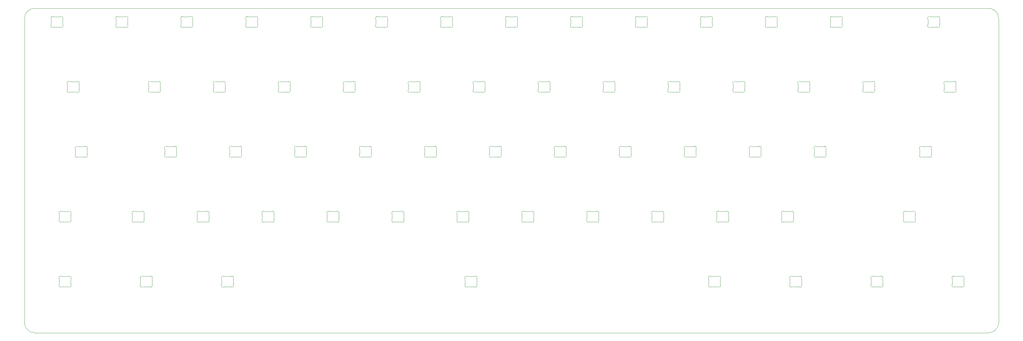
<source format=gbr>
%TF.GenerationSoftware,KiCad,Pcbnew,8.0.3*%
%TF.CreationDate,2024-11-03T20:57:16+08:00*%
%TF.ProjectId,PH60_Rev2,50483630-5f52-4657-9632-2e6b69636164,rev?*%
%TF.SameCoordinates,Original*%
%TF.FileFunction,Profile,NP*%
%FSLAX46Y46*%
G04 Gerber Fmt 4.6, Leading zero omitted, Abs format (unit mm)*
G04 Created by KiCad (PCBNEW 8.0.3) date 2024-11-03 20:57:16*
%MOMM*%
%LPD*%
G01*
G04 APERTURE LIST*
%TA.AperFunction,Profile*%
%ADD10C,0.050000*%
%TD*%
%TA.AperFunction,Profile*%
%ADD11C,0.100000*%
%TD*%
G04 APERTURE END LIST*
D10*
X28575000Y-31575000D02*
G75*
G02*
X31575000Y-28575000I3000000J0D01*
G01*
X31575000Y-123825000D02*
G75*
G02*
X28575000Y-120825000I0J3000000D01*
G01*
X31575000Y-123825000D02*
X311325000Y-123825000D01*
X311325000Y-28575000D02*
X31575000Y-28575000D01*
X314325000Y-120825000D02*
X314325000Y-31575000D01*
X28575000Y-31575000D02*
X28575000Y-120825000D01*
X314325000Y-120825000D02*
G75*
G02*
X311325000Y-123825000I-3000000J0D01*
G01*
X311325000Y-28575000D02*
G75*
G02*
X314325000Y-31575000I0J-3000000D01*
G01*
D11*
%TO.C,RGB20*%
X141175001Y-50947159D02*
X141175001Y-52352843D01*
X142080547Y-53150000D02*
X143669452Y-53150000D01*
X143669452Y-50150001D02*
X142080548Y-50150001D01*
X144574999Y-52352843D02*
X144574999Y-50947159D01*
X141125516Y-50730281D02*
G75*
G02*
X141175012Y-50947159I-451016J-217019D01*
G01*
X141125516Y-50730282D02*
G75*
G02*
X141828290Y-50081699I450514J216882D01*
G01*
X141175001Y-52352844D02*
G75*
G02*
X141125517Y-52569722I-500421J94D01*
G01*
X141828289Y-53218299D02*
G75*
G02*
X141125517Y-52569721I-252259J431699D01*
G01*
X141828289Y-53218299D02*
G75*
G02*
X142080547Y-53150000I252261J-431711D01*
G01*
X142080548Y-50150001D02*
G75*
G02*
X141828289Y-50081702I2J500011D01*
G01*
X143669453Y-53150001D02*
G75*
G02*
X143921711Y-53218300I-3J-500009D01*
G01*
X143921710Y-50081702D02*
G75*
G02*
X143669452Y-50150001I-252261J431710D01*
G01*
X143921711Y-50081704D02*
G75*
G02*
X144624484Y-50730281I252258J-431700D01*
G01*
X144574999Y-50947158D02*
G75*
G02*
X144624484Y-50730281I499990J1D01*
G01*
X144624484Y-52569721D02*
G75*
G02*
X143921711Y-53218300I-450515J-216878D01*
G01*
X144624484Y-52569721D02*
G75*
G02*
X144574999Y-52352843I450505J216876D01*
G01*
%TO.C,RGB58*%
X157843751Y-108097159D02*
X157843751Y-109502843D01*
X158749297Y-110300000D02*
X160338202Y-110300000D01*
X160338202Y-107300001D02*
X158749298Y-107300001D01*
X161243749Y-109502843D02*
X161243749Y-108097159D01*
X157794266Y-107880281D02*
G75*
G02*
X157843762Y-108097159I-451016J-217019D01*
G01*
X157794266Y-107880282D02*
G75*
G02*
X158497040Y-107231699I450514J216882D01*
G01*
X157843751Y-109502844D02*
G75*
G02*
X157794267Y-109719722I-500421J94D01*
G01*
X158497039Y-110368299D02*
G75*
G02*
X157794267Y-109719721I-252259J431699D01*
G01*
X158497039Y-110368299D02*
G75*
G02*
X158749297Y-110300000I252261J-431711D01*
G01*
X158749298Y-107300001D02*
G75*
G02*
X158497039Y-107231702I2J500011D01*
G01*
X160338203Y-110300001D02*
G75*
G02*
X160590461Y-110368300I-3J-500009D01*
G01*
X160590460Y-107231702D02*
G75*
G02*
X160338202Y-107300001I-252261J431710D01*
G01*
X160590461Y-107231704D02*
G75*
G02*
X161293234Y-107880281I252258J-431700D01*
G01*
X161243749Y-108097158D02*
G75*
G02*
X161293234Y-107880281I499990J1D01*
G01*
X161293234Y-109719721D02*
G75*
G02*
X160590461Y-110368300I-450515J-216878D01*
G01*
X161293234Y-109719721D02*
G75*
G02*
X161243749Y-109502843I450505J216876D01*
G01*
%TO.C,RGB14*%
X293575001Y-31897159D02*
X293575001Y-33302843D01*
X294480547Y-34100000D02*
X296069452Y-34100000D01*
X296069452Y-31100001D02*
X294480548Y-31100001D01*
X296974999Y-33302843D02*
X296974999Y-31897159D01*
X293525516Y-31680281D02*
G75*
G02*
X293575012Y-31897159I-451016J-217019D01*
G01*
X293525516Y-31680282D02*
G75*
G02*
X294228290Y-31031699I450514J216882D01*
G01*
X293575001Y-33302844D02*
G75*
G02*
X293525517Y-33519722I-500421J94D01*
G01*
X294228289Y-34168299D02*
G75*
G02*
X293525517Y-33519721I-252259J431699D01*
G01*
X294228289Y-34168299D02*
G75*
G02*
X294480547Y-34100000I252261J-431711D01*
G01*
X294480548Y-31100001D02*
G75*
G02*
X294228289Y-31031702I2J500011D01*
G01*
X296069453Y-34100001D02*
G75*
G02*
X296321711Y-34168300I-3J-500009D01*
G01*
X296321710Y-31031702D02*
G75*
G02*
X296069452Y-31100001I-252261J431710D01*
G01*
X296321711Y-31031704D02*
G75*
G02*
X297024484Y-31680281I252258J-431700D01*
G01*
X296974999Y-31897158D02*
G75*
G02*
X297024484Y-31680281I499990J1D01*
G01*
X297024484Y-33519721D02*
G75*
G02*
X296321711Y-34168300I-450515J-216878D01*
G01*
X297024484Y-33519721D02*
G75*
G02*
X296974999Y-33302843I450505J216876D01*
G01*
%TO.C,RGB55*%
X38781251Y-108097159D02*
X38781251Y-109502843D01*
X39686797Y-110300000D02*
X41275702Y-110300000D01*
X41275702Y-107300001D02*
X39686798Y-107300001D01*
X42181249Y-109502843D02*
X42181249Y-108097159D01*
X38731766Y-107880281D02*
G75*
G02*
X38781262Y-108097159I-451016J-217019D01*
G01*
X38731766Y-107880282D02*
G75*
G02*
X39434540Y-107231699I450514J216882D01*
G01*
X38781251Y-109502844D02*
G75*
G02*
X38731767Y-109719722I-500421J94D01*
G01*
X39434539Y-110368299D02*
G75*
G02*
X38731767Y-109719721I-252259J431699D01*
G01*
X39434539Y-110368299D02*
G75*
G02*
X39686797Y-110300000I252261J-431711D01*
G01*
X39686798Y-107300001D02*
G75*
G02*
X39434539Y-107231702I2J500011D01*
G01*
X41275703Y-110300001D02*
G75*
G02*
X41527961Y-110368300I-3J-500009D01*
G01*
X41527960Y-107231702D02*
G75*
G02*
X41275702Y-107300001I-252261J431710D01*
G01*
X41527961Y-107231704D02*
G75*
G02*
X42230734Y-107880281I252258J-431700D01*
G01*
X42181249Y-108097158D02*
G75*
G02*
X42230734Y-107880281I499990J1D01*
G01*
X42230734Y-109719721D02*
G75*
G02*
X41527961Y-110368300I-450515J-216878D01*
G01*
X42230734Y-109719721D02*
G75*
G02*
X42181249Y-109502843I450505J216876D01*
G01*
%TO.C,RGB57*%
X86406251Y-108097159D02*
X86406251Y-109502843D01*
X87311797Y-110300000D02*
X88900702Y-110300000D01*
X88900702Y-107300001D02*
X87311798Y-107300001D01*
X89806249Y-109502843D02*
X89806249Y-108097159D01*
X86356766Y-107880281D02*
G75*
G02*
X86406262Y-108097159I-451016J-217019D01*
G01*
X86356766Y-107880282D02*
G75*
G02*
X87059540Y-107231699I450514J216882D01*
G01*
X86406251Y-109502844D02*
G75*
G02*
X86356767Y-109719722I-500421J94D01*
G01*
X87059539Y-110368299D02*
G75*
G02*
X86356767Y-109719721I-252259J431699D01*
G01*
X87059539Y-110368299D02*
G75*
G02*
X87311797Y-110300000I252261J-431711D01*
G01*
X87311798Y-107300001D02*
G75*
G02*
X87059539Y-107231702I2J500011D01*
G01*
X88900703Y-110300001D02*
G75*
G02*
X89152961Y-110368300I-3J-500009D01*
G01*
X89152960Y-107231702D02*
G75*
G02*
X88900702Y-107300001I-252261J431710D01*
G01*
X89152961Y-107231704D02*
G75*
G02*
X89855734Y-107880281I252258J-431700D01*
G01*
X89806249Y-108097158D02*
G75*
G02*
X89855734Y-107880281I499990J1D01*
G01*
X89855734Y-109719721D02*
G75*
G02*
X89152961Y-110368300I-450515J-216878D01*
G01*
X89855734Y-109719721D02*
G75*
G02*
X89806249Y-109502843I450505J216876D01*
G01*
%TO.C,RGB38*%
X222137501Y-69997159D02*
X222137501Y-71402843D01*
X223043047Y-72200000D02*
X224631952Y-72200000D01*
X224631952Y-69200001D02*
X223043048Y-69200001D01*
X225537499Y-71402843D02*
X225537499Y-69997159D01*
X222088016Y-69780281D02*
G75*
G02*
X222137512Y-69997159I-451016J-217019D01*
G01*
X222088016Y-69780282D02*
G75*
G02*
X222790790Y-69131699I450514J216882D01*
G01*
X222137501Y-71402844D02*
G75*
G02*
X222088017Y-71619722I-500421J94D01*
G01*
X222790789Y-72268299D02*
G75*
G02*
X222088017Y-71619721I-252259J431699D01*
G01*
X222790789Y-72268299D02*
G75*
G02*
X223043047Y-72200000I252261J-431711D01*
G01*
X223043048Y-69200001D02*
G75*
G02*
X222790789Y-69131702I2J500011D01*
G01*
X224631953Y-72200001D02*
G75*
G02*
X224884211Y-72268300I-3J-500009D01*
G01*
X224884210Y-69131702D02*
G75*
G02*
X224631952Y-69200001I-252261J431710D01*
G01*
X224884211Y-69131704D02*
G75*
G02*
X225586984Y-69780281I252258J-431700D01*
G01*
X225537499Y-69997158D02*
G75*
G02*
X225586984Y-69780281I499990J1D01*
G01*
X225586984Y-71619721D02*
G75*
G02*
X224884211Y-72268300I-450515J-216878D01*
G01*
X225586984Y-71619721D02*
G75*
G02*
X225537499Y-71402843I450505J216876D01*
G01*
%TO.C,RGB37*%
X203087501Y-69997159D02*
X203087501Y-71402843D01*
X203993047Y-72200000D02*
X205581952Y-72200000D01*
X205581952Y-69200001D02*
X203993048Y-69200001D01*
X206487499Y-71402843D02*
X206487499Y-69997159D01*
X203038016Y-69780281D02*
G75*
G02*
X203087512Y-69997159I-451016J-217019D01*
G01*
X203038016Y-69780282D02*
G75*
G02*
X203740790Y-69131699I450514J216882D01*
G01*
X203087501Y-71402844D02*
G75*
G02*
X203038017Y-71619722I-500421J94D01*
G01*
X203740789Y-72268299D02*
G75*
G02*
X203038017Y-71619721I-252259J431699D01*
G01*
X203740789Y-72268299D02*
G75*
G02*
X203993047Y-72200000I252261J-431711D01*
G01*
X203993048Y-69200001D02*
G75*
G02*
X203740789Y-69131702I2J500011D01*
G01*
X205581953Y-72200001D02*
G75*
G02*
X205834211Y-72268300I-3J-500009D01*
G01*
X205834210Y-69131702D02*
G75*
G02*
X205581952Y-69200001I-252261J431710D01*
G01*
X205834211Y-69131704D02*
G75*
G02*
X206536984Y-69780281I252258J-431700D01*
G01*
X206487499Y-69997158D02*
G75*
G02*
X206536984Y-69780281I499990J1D01*
G01*
X206536984Y-71619721D02*
G75*
G02*
X205834211Y-72268300I-450515J-216878D01*
G01*
X206536984Y-71619721D02*
G75*
G02*
X206487499Y-71402843I450505J216876D01*
G01*
%TO.C,RGB52*%
X231662501Y-89047159D02*
X231662501Y-90452843D01*
X232568047Y-91250000D02*
X234156952Y-91250000D01*
X234156952Y-88250001D02*
X232568048Y-88250001D01*
X235062499Y-90452843D02*
X235062499Y-89047159D01*
X231613016Y-88830281D02*
G75*
G02*
X231662512Y-89047159I-451016J-217019D01*
G01*
X231613016Y-88830282D02*
G75*
G02*
X232315790Y-88181699I450514J216882D01*
G01*
X231662501Y-90452844D02*
G75*
G02*
X231613017Y-90669722I-500421J94D01*
G01*
X232315789Y-91318299D02*
G75*
G02*
X231613017Y-90669721I-252259J431699D01*
G01*
X232315789Y-91318299D02*
G75*
G02*
X232568047Y-91250000I252261J-431711D01*
G01*
X232568048Y-88250001D02*
G75*
G02*
X232315789Y-88181702I2J500011D01*
G01*
X234156953Y-91250001D02*
G75*
G02*
X234409211Y-91318300I-3J-500009D01*
G01*
X234409210Y-88181702D02*
G75*
G02*
X234156952Y-88250001I-252261J431710D01*
G01*
X234409211Y-88181704D02*
G75*
G02*
X235111984Y-88830281I252258J-431700D01*
G01*
X235062499Y-89047158D02*
G75*
G02*
X235111984Y-88830281I499990J1D01*
G01*
X235111984Y-90669721D02*
G75*
G02*
X234409211Y-91318300I-450515J-216878D01*
G01*
X235111984Y-90669721D02*
G75*
G02*
X235062499Y-90452843I450505J216876D01*
G01*
%TO.C,RGB3*%
X74500001Y-31897159D02*
X74500001Y-33302843D01*
X75405547Y-34100000D02*
X76994452Y-34100000D01*
X76994452Y-31100001D02*
X75405548Y-31100001D01*
X77899999Y-33302843D02*
X77899999Y-31897159D01*
X74450516Y-31680281D02*
G75*
G02*
X74500012Y-31897159I-451016J-217019D01*
G01*
X74450516Y-31680282D02*
G75*
G02*
X75153290Y-31031699I450514J216882D01*
G01*
X74500001Y-33302844D02*
G75*
G02*
X74450517Y-33519722I-500421J94D01*
G01*
X75153289Y-34168299D02*
G75*
G02*
X74450517Y-33519721I-252259J431699D01*
G01*
X75153289Y-34168299D02*
G75*
G02*
X75405547Y-34100000I252261J-431711D01*
G01*
X75405548Y-31100001D02*
G75*
G02*
X75153289Y-31031702I2J500011D01*
G01*
X76994453Y-34100001D02*
G75*
G02*
X77246711Y-34168300I-3J-500009D01*
G01*
X77246710Y-31031702D02*
G75*
G02*
X76994452Y-31100001I-252261J431710D01*
G01*
X77246711Y-31031704D02*
G75*
G02*
X77949484Y-31680281I252258J-431700D01*
G01*
X77899999Y-31897158D02*
G75*
G02*
X77949484Y-31680281I499990J1D01*
G01*
X77949484Y-33519721D02*
G75*
G02*
X77246711Y-34168300I-450515J-216878D01*
G01*
X77949484Y-33519721D02*
G75*
G02*
X77899999Y-33302843I450505J216876D01*
G01*
%TO.C,RGB60*%
X253093751Y-108097159D02*
X253093751Y-109502843D01*
X253999297Y-110300000D02*
X255588202Y-110300000D01*
X255588202Y-107300001D02*
X253999298Y-107300001D01*
X256493749Y-109502843D02*
X256493749Y-108097159D01*
X253044266Y-107880281D02*
G75*
G02*
X253093762Y-108097159I-451016J-217019D01*
G01*
X253044266Y-107880282D02*
G75*
G02*
X253747040Y-107231699I450514J216882D01*
G01*
X253093751Y-109502844D02*
G75*
G02*
X253044267Y-109719722I-500421J94D01*
G01*
X253747039Y-110368299D02*
G75*
G02*
X253044267Y-109719721I-252259J431699D01*
G01*
X253747039Y-110368299D02*
G75*
G02*
X253999297Y-110300000I252261J-431711D01*
G01*
X253999298Y-107300001D02*
G75*
G02*
X253747039Y-107231702I2J500011D01*
G01*
X255588203Y-110300001D02*
G75*
G02*
X255840461Y-110368300I-3J-500009D01*
G01*
X255840460Y-107231702D02*
G75*
G02*
X255588202Y-107300001I-252261J431710D01*
G01*
X255840461Y-107231704D02*
G75*
G02*
X256543234Y-107880281I252258J-431700D01*
G01*
X256493749Y-108097158D02*
G75*
G02*
X256543234Y-107880281I499990J1D01*
G01*
X256543234Y-109719721D02*
G75*
G02*
X255840461Y-110368300I-450515J-216878D01*
G01*
X256543234Y-109719721D02*
G75*
G02*
X256493749Y-109502843I450505J216876D01*
G01*
%TO.C,RGB5*%
X112600001Y-31897159D02*
X112600001Y-33302843D01*
X113505547Y-34100000D02*
X115094452Y-34100000D01*
X115094452Y-31100001D02*
X113505548Y-31100001D01*
X115999999Y-33302843D02*
X115999999Y-31897159D01*
X112550516Y-31680281D02*
G75*
G02*
X112600012Y-31897159I-451016J-217019D01*
G01*
X112550516Y-31680282D02*
G75*
G02*
X113253290Y-31031699I450514J216882D01*
G01*
X112600001Y-33302844D02*
G75*
G02*
X112550517Y-33519722I-500421J94D01*
G01*
X113253289Y-34168299D02*
G75*
G02*
X112550517Y-33519721I-252259J431699D01*
G01*
X113253289Y-34168299D02*
G75*
G02*
X113505547Y-34100000I252261J-431711D01*
G01*
X113505548Y-31100001D02*
G75*
G02*
X113253289Y-31031702I2J500011D01*
G01*
X115094453Y-34100001D02*
G75*
G02*
X115346711Y-34168300I-3J-500009D01*
G01*
X115346710Y-31031702D02*
G75*
G02*
X115094452Y-31100001I-252261J431710D01*
G01*
X115346711Y-31031704D02*
G75*
G02*
X116049484Y-31680281I252258J-431700D01*
G01*
X115999999Y-31897158D02*
G75*
G02*
X116049484Y-31680281I499990J1D01*
G01*
X116049484Y-33519721D02*
G75*
G02*
X115346711Y-34168300I-450515J-216878D01*
G01*
X116049484Y-33519721D02*
G75*
G02*
X115999999Y-33302843I450505J216876D01*
G01*
%TO.C,RGB16*%
X64975001Y-50947159D02*
X64975001Y-52352843D01*
X65880547Y-53150000D02*
X67469452Y-53150000D01*
X67469452Y-50150001D02*
X65880548Y-50150001D01*
X68374999Y-52352843D02*
X68374999Y-50947159D01*
X64925516Y-50730281D02*
G75*
G02*
X64975012Y-50947159I-451016J-217019D01*
G01*
X64925516Y-50730282D02*
G75*
G02*
X65628290Y-50081699I450514J216882D01*
G01*
X64975001Y-52352844D02*
G75*
G02*
X64925517Y-52569722I-500421J94D01*
G01*
X65628289Y-53218299D02*
G75*
G02*
X64925517Y-52569721I-252259J431699D01*
G01*
X65628289Y-53218299D02*
G75*
G02*
X65880547Y-53150000I252261J-431711D01*
G01*
X65880548Y-50150001D02*
G75*
G02*
X65628289Y-50081702I2J500011D01*
G01*
X67469453Y-53150001D02*
G75*
G02*
X67721711Y-53218300I-3J-500009D01*
G01*
X67721710Y-50081702D02*
G75*
G02*
X67469452Y-50150001I-252261J431710D01*
G01*
X67721711Y-50081704D02*
G75*
G02*
X68424484Y-50730281I252258J-431700D01*
G01*
X68374999Y-50947158D02*
G75*
G02*
X68424484Y-50730281I499990J1D01*
G01*
X68424484Y-52569721D02*
G75*
G02*
X67721711Y-53218300I-450515J-216878D01*
G01*
X68424484Y-52569721D02*
G75*
G02*
X68374999Y-52352843I450505J216876D01*
G01*
%TO.C,RGB24*%
X217375001Y-50947159D02*
X217375001Y-52352843D01*
X218280547Y-53150000D02*
X219869452Y-53150000D01*
X219869452Y-50150001D02*
X218280548Y-50150001D01*
X220774999Y-52352843D02*
X220774999Y-50947159D01*
X217325516Y-50730281D02*
G75*
G02*
X217375012Y-50947159I-451016J-217019D01*
G01*
X217325516Y-50730282D02*
G75*
G02*
X218028290Y-50081699I450514J216882D01*
G01*
X217375001Y-52352844D02*
G75*
G02*
X217325517Y-52569722I-500421J94D01*
G01*
X218028289Y-53218299D02*
G75*
G02*
X217325517Y-52569721I-252259J431699D01*
G01*
X218028289Y-53218299D02*
G75*
G02*
X218280547Y-53150000I252261J-431711D01*
G01*
X218280548Y-50150001D02*
G75*
G02*
X218028289Y-50081702I2J500011D01*
G01*
X219869453Y-53150001D02*
G75*
G02*
X220121711Y-53218300I-3J-500009D01*
G01*
X220121710Y-50081702D02*
G75*
G02*
X219869452Y-50150001I-252261J431710D01*
G01*
X220121711Y-50081704D02*
G75*
G02*
X220824484Y-50730281I252258J-431700D01*
G01*
X220774999Y-50947158D02*
G75*
G02*
X220824484Y-50730281I499990J1D01*
G01*
X220824484Y-52569721D02*
G75*
G02*
X220121711Y-53218300I-450515J-216878D01*
G01*
X220824484Y-52569721D02*
G75*
G02*
X220774999Y-52352843I450505J216876D01*
G01*
%TO.C,RGB18*%
X103075001Y-50947159D02*
X103075001Y-52352843D01*
X103980547Y-53150000D02*
X105569452Y-53150000D01*
X105569452Y-50150001D02*
X103980548Y-50150001D01*
X106474999Y-52352843D02*
X106474999Y-50947159D01*
X103025516Y-50730281D02*
G75*
G02*
X103075012Y-50947159I-451016J-217019D01*
G01*
X103025516Y-50730282D02*
G75*
G02*
X103728290Y-50081699I450514J216882D01*
G01*
X103075001Y-52352844D02*
G75*
G02*
X103025517Y-52569722I-500421J94D01*
G01*
X103728289Y-53218299D02*
G75*
G02*
X103025517Y-52569721I-252259J431699D01*
G01*
X103728289Y-53218299D02*
G75*
G02*
X103980547Y-53150000I252261J-431711D01*
G01*
X103980548Y-50150001D02*
G75*
G02*
X103728289Y-50081702I2J500011D01*
G01*
X105569453Y-53150001D02*
G75*
G02*
X105821711Y-53218300I-3J-500009D01*
G01*
X105821710Y-50081702D02*
G75*
G02*
X105569452Y-50150001I-252261J431710D01*
G01*
X105821711Y-50081704D02*
G75*
G02*
X106524484Y-50730281I252258J-431700D01*
G01*
X106474999Y-50947158D02*
G75*
G02*
X106524484Y-50730281I499990J1D01*
G01*
X106524484Y-52569721D02*
G75*
G02*
X105821711Y-53218300I-450515J-216878D01*
G01*
X106524484Y-52569721D02*
G75*
G02*
X106474999Y-52352843I450505J216876D01*
G01*
%TO.C,RGB27*%
X274525001Y-50947159D02*
X274525001Y-52352843D01*
X275430547Y-53150000D02*
X277019452Y-53150000D01*
X277019452Y-50150001D02*
X275430548Y-50150001D01*
X277924999Y-52352843D02*
X277924999Y-50947159D01*
X274475516Y-50730281D02*
G75*
G02*
X274525012Y-50947159I-451016J-217019D01*
G01*
X274475516Y-50730282D02*
G75*
G02*
X275178290Y-50081699I450514J216882D01*
G01*
X274525001Y-52352844D02*
G75*
G02*
X274475517Y-52569722I-500421J94D01*
G01*
X275178289Y-53218299D02*
G75*
G02*
X274475517Y-52569721I-252259J431699D01*
G01*
X275178289Y-53218299D02*
G75*
G02*
X275430547Y-53150000I252261J-431711D01*
G01*
X275430548Y-50150001D02*
G75*
G02*
X275178289Y-50081702I2J500011D01*
G01*
X277019453Y-53150001D02*
G75*
G02*
X277271711Y-53218300I-3J-500009D01*
G01*
X277271710Y-50081702D02*
G75*
G02*
X277019452Y-50150001I-252261J431710D01*
G01*
X277271711Y-50081704D02*
G75*
G02*
X277974484Y-50730281I252258J-431700D01*
G01*
X277924999Y-50947158D02*
G75*
G02*
X277974484Y-50730281I499990J1D01*
G01*
X277974484Y-52569721D02*
G75*
G02*
X277271711Y-53218300I-450515J-216878D01*
G01*
X277974484Y-52569721D02*
G75*
G02*
X277924999Y-52352843I450505J216876D01*
G01*
%TO.C,RGB34*%
X145937501Y-69997159D02*
X145937501Y-71402843D01*
X146843047Y-72200000D02*
X148431952Y-72200000D01*
X148431952Y-69200001D02*
X146843048Y-69200001D01*
X149337499Y-71402843D02*
X149337499Y-69997159D01*
X145888016Y-69780281D02*
G75*
G02*
X145937512Y-69997159I-451016J-217019D01*
G01*
X145888016Y-69780282D02*
G75*
G02*
X146590790Y-69131699I450514J216882D01*
G01*
X145937501Y-71402844D02*
G75*
G02*
X145888017Y-71619722I-500421J94D01*
G01*
X146590789Y-72268299D02*
G75*
G02*
X145888017Y-71619721I-252259J431699D01*
G01*
X146590789Y-72268299D02*
G75*
G02*
X146843047Y-72200000I252261J-431711D01*
G01*
X146843048Y-69200001D02*
G75*
G02*
X146590789Y-69131702I2J500011D01*
G01*
X148431953Y-72200001D02*
G75*
G02*
X148684211Y-72268300I-3J-500009D01*
G01*
X148684210Y-69131702D02*
G75*
G02*
X148431952Y-69200001I-252261J431710D01*
G01*
X148684211Y-69131704D02*
G75*
G02*
X149386984Y-69780281I252258J-431700D01*
G01*
X149337499Y-69997158D02*
G75*
G02*
X149386984Y-69780281I499990J1D01*
G01*
X149386984Y-71619721D02*
G75*
G02*
X148684211Y-72268300I-450515J-216878D01*
G01*
X149386984Y-71619721D02*
G75*
G02*
X149337499Y-71402843I450505J216876D01*
G01*
%TO.C,RGB47*%
X136412501Y-89047159D02*
X136412501Y-90452843D01*
X137318047Y-91250000D02*
X138906952Y-91250000D01*
X138906952Y-88250001D02*
X137318048Y-88250001D01*
X139812499Y-90452843D02*
X139812499Y-89047159D01*
X136363016Y-88830281D02*
G75*
G02*
X136412512Y-89047159I-451016J-217019D01*
G01*
X136363016Y-88830282D02*
G75*
G02*
X137065790Y-88181699I450514J216882D01*
G01*
X136412501Y-90452844D02*
G75*
G02*
X136363017Y-90669722I-500421J94D01*
G01*
X137065789Y-91318299D02*
G75*
G02*
X136363017Y-90669721I-252259J431699D01*
G01*
X137065789Y-91318299D02*
G75*
G02*
X137318047Y-91250000I252261J-431711D01*
G01*
X137318048Y-88250001D02*
G75*
G02*
X137065789Y-88181702I2J500011D01*
G01*
X138906953Y-91250001D02*
G75*
G02*
X139159211Y-91318300I-3J-500009D01*
G01*
X139159210Y-88181702D02*
G75*
G02*
X138906952Y-88250001I-252261J431710D01*
G01*
X139159211Y-88181704D02*
G75*
G02*
X139861984Y-88830281I252258J-431700D01*
G01*
X139812499Y-89047158D02*
G75*
G02*
X139861984Y-88830281I499990J1D01*
G01*
X139861984Y-90669721D02*
G75*
G02*
X139159211Y-91318300I-450515J-216878D01*
G01*
X139861984Y-90669721D02*
G75*
G02*
X139812499Y-90452843I450505J216876D01*
G01*
%TO.C,RGB29*%
X43543751Y-69997159D02*
X43543751Y-71402843D01*
X44449297Y-72200000D02*
X46038202Y-72200000D01*
X46038202Y-69200001D02*
X44449298Y-69200001D01*
X46943749Y-71402843D02*
X46943749Y-69997159D01*
X43494266Y-69780281D02*
G75*
G02*
X43543762Y-69997159I-451016J-217019D01*
G01*
X43494266Y-69780282D02*
G75*
G02*
X44197040Y-69131699I450514J216882D01*
G01*
X43543751Y-71402844D02*
G75*
G02*
X43494267Y-71619722I-500421J94D01*
G01*
X44197039Y-72268299D02*
G75*
G02*
X43494267Y-71619721I-252259J431699D01*
G01*
X44197039Y-72268299D02*
G75*
G02*
X44449297Y-72200000I252261J-431711D01*
G01*
X44449298Y-69200001D02*
G75*
G02*
X44197039Y-69131702I2J500011D01*
G01*
X46038203Y-72200001D02*
G75*
G02*
X46290461Y-72268300I-3J-500009D01*
G01*
X46290460Y-69131702D02*
G75*
G02*
X46038202Y-69200001I-252261J431710D01*
G01*
X46290461Y-69131704D02*
G75*
G02*
X46993234Y-69780281I252258J-431700D01*
G01*
X46943749Y-69997158D02*
G75*
G02*
X46993234Y-69780281I499990J1D01*
G01*
X46993234Y-71619721D02*
G75*
G02*
X46290461Y-72268300I-450515J-216878D01*
G01*
X46993234Y-71619721D02*
G75*
G02*
X46943749Y-71402843I450505J216876D01*
G01*
%TO.C,RGB7*%
X150700001Y-31897159D02*
X150700001Y-33302843D01*
X151605547Y-34100000D02*
X153194452Y-34100000D01*
X153194452Y-31100001D02*
X151605548Y-31100001D01*
X154099999Y-33302843D02*
X154099999Y-31897159D01*
X150650516Y-31680281D02*
G75*
G02*
X150700012Y-31897159I-451016J-217019D01*
G01*
X150650516Y-31680282D02*
G75*
G02*
X151353290Y-31031699I450514J216882D01*
G01*
X150700001Y-33302844D02*
G75*
G02*
X150650517Y-33519722I-500421J94D01*
G01*
X151353289Y-34168299D02*
G75*
G02*
X150650517Y-33519721I-252259J431699D01*
G01*
X151353289Y-34168299D02*
G75*
G02*
X151605547Y-34100000I252261J-431711D01*
G01*
X151605548Y-31100001D02*
G75*
G02*
X151353289Y-31031702I2J500011D01*
G01*
X153194453Y-34100001D02*
G75*
G02*
X153446711Y-34168300I-3J-500009D01*
G01*
X153446710Y-31031702D02*
G75*
G02*
X153194452Y-31100001I-252261J431710D01*
G01*
X153446711Y-31031704D02*
G75*
G02*
X154149484Y-31680281I252258J-431700D01*
G01*
X154099999Y-31897158D02*
G75*
G02*
X154149484Y-31680281I499990J1D01*
G01*
X154149484Y-33519721D02*
G75*
G02*
X153446711Y-34168300I-450515J-216878D01*
G01*
X154149484Y-33519721D02*
G75*
G02*
X154099999Y-33302843I450505J216876D01*
G01*
%TO.C,RGB48*%
X155462501Y-89047159D02*
X155462501Y-90452843D01*
X156368047Y-91250000D02*
X157956952Y-91250000D01*
X157956952Y-88250001D02*
X156368048Y-88250001D01*
X158862499Y-90452843D02*
X158862499Y-89047159D01*
X155413016Y-88830281D02*
G75*
G02*
X155462512Y-89047159I-451016J-217019D01*
G01*
X155413016Y-88830282D02*
G75*
G02*
X156115790Y-88181699I450514J216882D01*
G01*
X155462501Y-90452844D02*
G75*
G02*
X155413017Y-90669722I-500421J94D01*
G01*
X156115789Y-91318299D02*
G75*
G02*
X155413017Y-90669721I-252259J431699D01*
G01*
X156115789Y-91318299D02*
G75*
G02*
X156368047Y-91250000I252261J-431711D01*
G01*
X156368048Y-88250001D02*
G75*
G02*
X156115789Y-88181702I2J500011D01*
G01*
X157956953Y-91250001D02*
G75*
G02*
X158209211Y-91318300I-3J-500009D01*
G01*
X158209210Y-88181702D02*
G75*
G02*
X157956952Y-88250001I-252261J431710D01*
G01*
X158209211Y-88181704D02*
G75*
G02*
X158911984Y-88830281I252258J-431700D01*
G01*
X158862499Y-89047158D02*
G75*
G02*
X158911984Y-88830281I499990J1D01*
G01*
X158911984Y-90669721D02*
G75*
G02*
X158209211Y-91318300I-450515J-216878D01*
G01*
X158911984Y-90669721D02*
G75*
G02*
X158862499Y-90452843I450505J216876D01*
G01*
%TO.C,RGB4*%
X93550001Y-31897159D02*
X93550001Y-33302843D01*
X94455547Y-34100000D02*
X96044452Y-34100000D01*
X96044452Y-31100001D02*
X94455548Y-31100001D01*
X96949999Y-33302843D02*
X96949999Y-31897159D01*
X93500516Y-31680281D02*
G75*
G02*
X93550012Y-31897159I-451016J-217019D01*
G01*
X93500516Y-31680282D02*
G75*
G02*
X94203290Y-31031699I450514J216882D01*
G01*
X93550001Y-33302844D02*
G75*
G02*
X93500517Y-33519722I-500421J94D01*
G01*
X94203289Y-34168299D02*
G75*
G02*
X93500517Y-33519721I-252259J431699D01*
G01*
X94203289Y-34168299D02*
G75*
G02*
X94455547Y-34100000I252261J-431711D01*
G01*
X94455548Y-31100001D02*
G75*
G02*
X94203289Y-31031702I2J500011D01*
G01*
X96044453Y-34100001D02*
G75*
G02*
X96296711Y-34168300I-3J-500009D01*
G01*
X96296710Y-31031702D02*
G75*
G02*
X96044452Y-31100001I-252261J431710D01*
G01*
X96296711Y-31031704D02*
G75*
G02*
X96999484Y-31680281I252258J-431700D01*
G01*
X96949999Y-31897158D02*
G75*
G02*
X96999484Y-31680281I499990J1D01*
G01*
X96999484Y-33519721D02*
G75*
G02*
X96296711Y-34168300I-450515J-216878D01*
G01*
X96999484Y-33519721D02*
G75*
G02*
X96949999Y-33302843I450505J216876D01*
G01*
%TO.C,RGB17*%
X84025001Y-50947159D02*
X84025001Y-52352843D01*
X84930547Y-53150000D02*
X86519452Y-53150000D01*
X86519452Y-50150001D02*
X84930548Y-50150001D01*
X87424999Y-52352843D02*
X87424999Y-50947159D01*
X83975516Y-50730281D02*
G75*
G02*
X84025012Y-50947159I-451016J-217019D01*
G01*
X83975516Y-50730282D02*
G75*
G02*
X84678290Y-50081699I450514J216882D01*
G01*
X84025001Y-52352844D02*
G75*
G02*
X83975517Y-52569722I-500421J94D01*
G01*
X84678289Y-53218299D02*
G75*
G02*
X83975517Y-52569721I-252259J431699D01*
G01*
X84678289Y-53218299D02*
G75*
G02*
X84930547Y-53150000I252261J-431711D01*
G01*
X84930548Y-50150001D02*
G75*
G02*
X84678289Y-50081702I2J500011D01*
G01*
X86519453Y-53150001D02*
G75*
G02*
X86771711Y-53218300I-3J-500009D01*
G01*
X86771710Y-50081702D02*
G75*
G02*
X86519452Y-50150001I-252261J431710D01*
G01*
X86771711Y-50081704D02*
G75*
G02*
X87474484Y-50730281I252258J-431700D01*
G01*
X87424999Y-50947158D02*
G75*
G02*
X87474484Y-50730281I499990J1D01*
G01*
X87474484Y-52569721D02*
G75*
G02*
X86771711Y-53218300I-450515J-216878D01*
G01*
X87474484Y-52569721D02*
G75*
G02*
X87424999Y-52352843I450505J216876D01*
G01*
%TO.C,RGB9*%
X188800001Y-31897159D02*
X188800001Y-33302843D01*
X189705547Y-34100000D02*
X191294452Y-34100000D01*
X191294452Y-31100001D02*
X189705548Y-31100001D01*
X192199999Y-33302843D02*
X192199999Y-31897159D01*
X188750516Y-31680281D02*
G75*
G02*
X188800012Y-31897159I-451016J-217019D01*
G01*
X188750516Y-31680282D02*
G75*
G02*
X189453290Y-31031699I450514J216882D01*
G01*
X188800001Y-33302844D02*
G75*
G02*
X188750517Y-33519722I-500421J94D01*
G01*
X189453289Y-34168299D02*
G75*
G02*
X188750517Y-33519721I-252259J431699D01*
G01*
X189453289Y-34168299D02*
G75*
G02*
X189705547Y-34100000I252261J-431711D01*
G01*
X189705548Y-31100001D02*
G75*
G02*
X189453289Y-31031702I2J500011D01*
G01*
X191294453Y-34100001D02*
G75*
G02*
X191546711Y-34168300I-3J-500009D01*
G01*
X191546710Y-31031702D02*
G75*
G02*
X191294452Y-31100001I-252261J431710D01*
G01*
X191546711Y-31031704D02*
G75*
G02*
X192249484Y-31680281I252258J-431700D01*
G01*
X192199999Y-31897158D02*
G75*
G02*
X192249484Y-31680281I499990J1D01*
G01*
X192249484Y-33519721D02*
G75*
G02*
X191546711Y-34168300I-450515J-216878D01*
G01*
X192249484Y-33519721D02*
G75*
G02*
X192199999Y-33302843I450505J216876D01*
G01*
%TO.C,RGB59*%
X229281251Y-108097159D02*
X229281251Y-109502843D01*
X230186797Y-110300000D02*
X231775702Y-110300000D01*
X231775702Y-107300001D02*
X230186798Y-107300001D01*
X232681249Y-109502843D02*
X232681249Y-108097159D01*
X229231766Y-107880281D02*
G75*
G02*
X229281262Y-108097159I-451016J-217019D01*
G01*
X229231766Y-107880282D02*
G75*
G02*
X229934540Y-107231699I450514J216882D01*
G01*
X229281251Y-109502844D02*
G75*
G02*
X229231767Y-109719722I-500421J94D01*
G01*
X229934539Y-110368299D02*
G75*
G02*
X229231767Y-109719721I-252259J431699D01*
G01*
X229934539Y-110368299D02*
G75*
G02*
X230186797Y-110300000I252261J-431711D01*
G01*
X230186798Y-107300001D02*
G75*
G02*
X229934539Y-107231702I2J500011D01*
G01*
X231775703Y-110300001D02*
G75*
G02*
X232027961Y-110368300I-3J-500009D01*
G01*
X232027960Y-107231702D02*
G75*
G02*
X231775702Y-107300001I-252261J431710D01*
G01*
X232027961Y-107231704D02*
G75*
G02*
X232730734Y-107880281I252258J-431700D01*
G01*
X232681249Y-108097158D02*
G75*
G02*
X232730734Y-107880281I499990J1D01*
G01*
X232730734Y-109719721D02*
G75*
G02*
X232027961Y-110368300I-450515J-216878D01*
G01*
X232730734Y-109719721D02*
G75*
G02*
X232681249Y-109502843I450505J216876D01*
G01*
%TO.C,RGB35*%
X164987501Y-69997159D02*
X164987501Y-71402843D01*
X165893047Y-72200000D02*
X167481952Y-72200000D01*
X167481952Y-69200001D02*
X165893048Y-69200001D01*
X168387499Y-71402843D02*
X168387499Y-69997159D01*
X164938016Y-69780281D02*
G75*
G02*
X164987512Y-69997159I-451016J-217019D01*
G01*
X164938016Y-69780282D02*
G75*
G02*
X165640790Y-69131699I450514J216882D01*
G01*
X164987501Y-71402844D02*
G75*
G02*
X164938017Y-71619722I-500421J94D01*
G01*
X165640789Y-72268299D02*
G75*
G02*
X164938017Y-71619721I-252259J431699D01*
G01*
X165640789Y-72268299D02*
G75*
G02*
X165893047Y-72200000I252261J-431711D01*
G01*
X165893048Y-69200001D02*
G75*
G02*
X165640789Y-69131702I2J500011D01*
G01*
X167481953Y-72200001D02*
G75*
G02*
X167734211Y-72268300I-3J-500009D01*
G01*
X167734210Y-69131702D02*
G75*
G02*
X167481952Y-69200001I-252261J431710D01*
G01*
X167734211Y-69131704D02*
G75*
G02*
X168436984Y-69780281I252258J-431700D01*
G01*
X168387499Y-69997158D02*
G75*
G02*
X168436984Y-69780281I499990J1D01*
G01*
X168436984Y-71619721D02*
G75*
G02*
X167734211Y-72268300I-450515J-216878D01*
G01*
X168436984Y-71619721D02*
G75*
G02*
X168387499Y-71402843I450505J216876D01*
G01*
%TO.C,RGB46*%
X117362501Y-89047159D02*
X117362501Y-90452843D01*
X118268047Y-91250000D02*
X119856952Y-91250000D01*
X119856952Y-88250001D02*
X118268048Y-88250001D01*
X120762499Y-90452843D02*
X120762499Y-89047159D01*
X117313016Y-88830281D02*
G75*
G02*
X117362512Y-89047159I-451016J-217019D01*
G01*
X117313016Y-88830282D02*
G75*
G02*
X118015790Y-88181699I450514J216882D01*
G01*
X117362501Y-90452844D02*
G75*
G02*
X117313017Y-90669722I-500421J94D01*
G01*
X118015789Y-91318299D02*
G75*
G02*
X117313017Y-90669721I-252259J431699D01*
G01*
X118015789Y-91318299D02*
G75*
G02*
X118268047Y-91250000I252261J-431711D01*
G01*
X118268048Y-88250001D02*
G75*
G02*
X118015789Y-88181702I2J500011D01*
G01*
X119856953Y-91250001D02*
G75*
G02*
X120109211Y-91318300I-3J-500009D01*
G01*
X120109210Y-88181702D02*
G75*
G02*
X119856952Y-88250001I-252261J431710D01*
G01*
X120109211Y-88181704D02*
G75*
G02*
X120811984Y-88830281I252258J-431700D01*
G01*
X120762499Y-89047158D02*
G75*
G02*
X120811984Y-88830281I499990J1D01*
G01*
X120811984Y-90669721D02*
G75*
G02*
X120109211Y-91318300I-450515J-216878D01*
G01*
X120811984Y-90669721D02*
G75*
G02*
X120762499Y-90452843I450505J216876D01*
G01*
%TO.C,RGB44*%
X79262501Y-89047159D02*
X79262501Y-90452843D01*
X80168047Y-91250000D02*
X81756952Y-91250000D01*
X81756952Y-88250001D02*
X80168048Y-88250001D01*
X82662499Y-90452843D02*
X82662499Y-89047159D01*
X79213016Y-88830281D02*
G75*
G02*
X79262512Y-89047159I-451016J-217019D01*
G01*
X79213016Y-88830282D02*
G75*
G02*
X79915790Y-88181699I450514J216882D01*
G01*
X79262501Y-90452844D02*
G75*
G02*
X79213017Y-90669722I-500421J94D01*
G01*
X79915789Y-91318299D02*
G75*
G02*
X79213017Y-90669721I-252259J431699D01*
G01*
X79915789Y-91318299D02*
G75*
G02*
X80168047Y-91250000I252261J-431711D01*
G01*
X80168048Y-88250001D02*
G75*
G02*
X79915789Y-88181702I2J500011D01*
G01*
X81756953Y-91250001D02*
G75*
G02*
X82009211Y-91318300I-3J-500009D01*
G01*
X82009210Y-88181702D02*
G75*
G02*
X81756952Y-88250001I-252261J431710D01*
G01*
X82009211Y-88181704D02*
G75*
G02*
X82711984Y-88830281I252258J-431700D01*
G01*
X82662499Y-89047158D02*
G75*
G02*
X82711984Y-88830281I499990J1D01*
G01*
X82711984Y-90669721D02*
G75*
G02*
X82009211Y-91318300I-450515J-216878D01*
G01*
X82711984Y-90669721D02*
G75*
G02*
X82662499Y-90452843I450505J216876D01*
G01*
%TO.C,RGB23*%
X198325001Y-50947159D02*
X198325001Y-52352843D01*
X199230547Y-53150000D02*
X200819452Y-53150000D01*
X200819452Y-50150001D02*
X199230548Y-50150001D01*
X201724999Y-52352843D02*
X201724999Y-50947159D01*
X198275516Y-50730281D02*
G75*
G02*
X198325012Y-50947159I-451016J-217019D01*
G01*
X198275516Y-50730282D02*
G75*
G02*
X198978290Y-50081699I450514J216882D01*
G01*
X198325001Y-52352844D02*
G75*
G02*
X198275517Y-52569722I-500421J94D01*
G01*
X198978289Y-53218299D02*
G75*
G02*
X198275517Y-52569721I-252259J431699D01*
G01*
X198978289Y-53218299D02*
G75*
G02*
X199230547Y-53150000I252261J-431711D01*
G01*
X199230548Y-50150001D02*
G75*
G02*
X198978289Y-50081702I2J500011D01*
G01*
X200819453Y-53150001D02*
G75*
G02*
X201071711Y-53218300I-3J-500009D01*
G01*
X201071710Y-50081702D02*
G75*
G02*
X200819452Y-50150001I-252261J431710D01*
G01*
X201071711Y-50081704D02*
G75*
G02*
X201774484Y-50730281I252258J-431700D01*
G01*
X201724999Y-50947158D02*
G75*
G02*
X201774484Y-50730281I499990J1D01*
G01*
X201774484Y-52569721D02*
G75*
G02*
X201071711Y-53218300I-450515J-216878D01*
G01*
X201774484Y-52569721D02*
G75*
G02*
X201724999Y-52352843I450505J216876D01*
G01*
%TO.C,RGB50*%
X193562501Y-89047159D02*
X193562501Y-90452843D01*
X194468047Y-91250000D02*
X196056952Y-91250000D01*
X196056952Y-88250001D02*
X194468048Y-88250001D01*
X196962499Y-90452843D02*
X196962499Y-89047159D01*
X193513016Y-88830281D02*
G75*
G02*
X193562512Y-89047159I-451016J-217019D01*
G01*
X193513016Y-88830282D02*
G75*
G02*
X194215790Y-88181699I450514J216882D01*
G01*
X193562501Y-90452844D02*
G75*
G02*
X193513017Y-90669722I-500421J94D01*
G01*
X194215789Y-91318299D02*
G75*
G02*
X193513017Y-90669721I-252259J431699D01*
G01*
X194215789Y-91318299D02*
G75*
G02*
X194468047Y-91250000I252261J-431711D01*
G01*
X194468048Y-88250001D02*
G75*
G02*
X194215789Y-88181702I2J500011D01*
G01*
X196056953Y-91250001D02*
G75*
G02*
X196309211Y-91318300I-3J-500009D01*
G01*
X196309210Y-88181702D02*
G75*
G02*
X196056952Y-88250001I-252261J431710D01*
G01*
X196309211Y-88181704D02*
G75*
G02*
X197011984Y-88830281I252258J-431700D01*
G01*
X196962499Y-89047158D02*
G75*
G02*
X197011984Y-88830281I499990J1D01*
G01*
X197011984Y-90669721D02*
G75*
G02*
X196309211Y-91318300I-450515J-216878D01*
G01*
X197011984Y-90669721D02*
G75*
G02*
X196962499Y-90452843I450505J216876D01*
G01*
%TO.C,RGB33*%
X126887501Y-69997159D02*
X126887501Y-71402843D01*
X127793047Y-72200000D02*
X129381952Y-72200000D01*
X129381952Y-69200001D02*
X127793048Y-69200001D01*
X130287499Y-71402843D02*
X130287499Y-69997159D01*
X126838016Y-69780281D02*
G75*
G02*
X126887512Y-69997159I-451016J-217019D01*
G01*
X126838016Y-69780282D02*
G75*
G02*
X127540790Y-69131699I450514J216882D01*
G01*
X126887501Y-71402844D02*
G75*
G02*
X126838017Y-71619722I-500421J94D01*
G01*
X127540789Y-72268299D02*
G75*
G02*
X126838017Y-71619721I-252259J431699D01*
G01*
X127540789Y-72268299D02*
G75*
G02*
X127793047Y-72200000I252261J-431711D01*
G01*
X127793048Y-69200001D02*
G75*
G02*
X127540789Y-69131702I2J500011D01*
G01*
X129381953Y-72200001D02*
G75*
G02*
X129634211Y-72268300I-3J-500009D01*
G01*
X129634210Y-69131702D02*
G75*
G02*
X129381952Y-69200001I-252261J431710D01*
G01*
X129634211Y-69131704D02*
G75*
G02*
X130336984Y-69780281I252258J-431700D01*
G01*
X130287499Y-69997158D02*
G75*
G02*
X130336984Y-69780281I499990J1D01*
G01*
X130336984Y-71619721D02*
G75*
G02*
X129634211Y-72268300I-450515J-216878D01*
G01*
X130336984Y-71619721D02*
G75*
G02*
X130287499Y-71402843I450505J216876D01*
G01*
%TO.C,RGB26*%
X255475001Y-50947159D02*
X255475001Y-52352843D01*
X256380547Y-53150000D02*
X257969452Y-53150000D01*
X257969452Y-50150001D02*
X256380548Y-50150001D01*
X258874999Y-52352843D02*
X258874999Y-50947159D01*
X255425516Y-50730281D02*
G75*
G02*
X255475012Y-50947159I-451016J-217019D01*
G01*
X255425516Y-50730282D02*
G75*
G02*
X256128290Y-50081699I450514J216882D01*
G01*
X255475001Y-52352844D02*
G75*
G02*
X255425517Y-52569722I-500421J94D01*
G01*
X256128289Y-53218299D02*
G75*
G02*
X255425517Y-52569721I-252259J431699D01*
G01*
X256128289Y-53218299D02*
G75*
G02*
X256380547Y-53150000I252261J-431711D01*
G01*
X256380548Y-50150001D02*
G75*
G02*
X256128289Y-50081702I2J500011D01*
G01*
X257969453Y-53150001D02*
G75*
G02*
X258221711Y-53218300I-3J-500009D01*
G01*
X258221710Y-50081702D02*
G75*
G02*
X257969452Y-50150001I-252261J431710D01*
G01*
X258221711Y-50081704D02*
G75*
G02*
X258924484Y-50730281I252258J-431700D01*
G01*
X258874999Y-50947158D02*
G75*
G02*
X258924484Y-50730281I499990J1D01*
G01*
X258924484Y-52569721D02*
G75*
G02*
X258221711Y-53218300I-450515J-216878D01*
G01*
X258924484Y-52569721D02*
G75*
G02*
X258874999Y-52352843I450505J216876D01*
G01*
%TO.C,RGB61*%
X276906251Y-108097159D02*
X276906251Y-109502843D01*
X277811797Y-110300000D02*
X279400702Y-110300000D01*
X279400702Y-107300001D02*
X277811798Y-107300001D01*
X280306249Y-109502843D02*
X280306249Y-108097159D01*
X276856766Y-107880281D02*
G75*
G02*
X276906262Y-108097159I-451016J-217019D01*
G01*
X276856766Y-107880282D02*
G75*
G02*
X277559540Y-107231699I450514J216882D01*
G01*
X276906251Y-109502844D02*
G75*
G02*
X276856767Y-109719722I-500421J94D01*
G01*
X277559539Y-110368299D02*
G75*
G02*
X276856767Y-109719721I-252259J431699D01*
G01*
X277559539Y-110368299D02*
G75*
G02*
X277811797Y-110300000I252261J-431711D01*
G01*
X277811798Y-107300001D02*
G75*
G02*
X277559539Y-107231702I2J500011D01*
G01*
X279400703Y-110300001D02*
G75*
G02*
X279652961Y-110368300I-3J-500009D01*
G01*
X279652960Y-107231702D02*
G75*
G02*
X279400702Y-107300001I-252261J431710D01*
G01*
X279652961Y-107231704D02*
G75*
G02*
X280355734Y-107880281I252258J-431700D01*
G01*
X280306249Y-108097158D02*
G75*
G02*
X280355734Y-107880281I499990J1D01*
G01*
X280355734Y-109719721D02*
G75*
G02*
X279652961Y-110368300I-450515J-216878D01*
G01*
X280355734Y-109719721D02*
G75*
G02*
X280306249Y-109502843I450505J216876D01*
G01*
%TO.C,RGB62*%
X300718751Y-108097159D02*
X300718751Y-109502843D01*
X301624297Y-110300000D02*
X303213202Y-110300000D01*
X303213202Y-107300001D02*
X301624298Y-107300001D01*
X304118749Y-109502843D02*
X304118749Y-108097159D01*
X300669266Y-107880281D02*
G75*
G02*
X300718762Y-108097159I-451016J-217019D01*
G01*
X300669266Y-107880282D02*
G75*
G02*
X301372040Y-107231699I450514J216882D01*
G01*
X300718751Y-109502844D02*
G75*
G02*
X300669267Y-109719722I-500421J94D01*
G01*
X301372039Y-110368299D02*
G75*
G02*
X300669267Y-109719721I-252259J431699D01*
G01*
X301372039Y-110368299D02*
G75*
G02*
X301624297Y-110300000I252261J-431711D01*
G01*
X301624298Y-107300001D02*
G75*
G02*
X301372039Y-107231702I2J500011D01*
G01*
X303213203Y-110300001D02*
G75*
G02*
X303465461Y-110368300I-3J-500009D01*
G01*
X303465460Y-107231702D02*
G75*
G02*
X303213202Y-107300001I-252261J431710D01*
G01*
X303465461Y-107231704D02*
G75*
G02*
X304168234Y-107880281I252258J-431700D01*
G01*
X304118749Y-108097158D02*
G75*
G02*
X304168234Y-107880281I499990J1D01*
G01*
X304168234Y-109719721D02*
G75*
G02*
X303465461Y-110368300I-450515J-216878D01*
G01*
X304168234Y-109719721D02*
G75*
G02*
X304118749Y-109502843I450505J216876D01*
G01*
%TO.C,RGB49*%
X174512501Y-89047159D02*
X174512501Y-90452843D01*
X175418047Y-91250000D02*
X177006952Y-91250000D01*
X177006952Y-88250001D02*
X175418048Y-88250001D01*
X177912499Y-90452843D02*
X177912499Y-89047159D01*
X174463016Y-88830281D02*
G75*
G02*
X174512512Y-89047159I-451016J-217019D01*
G01*
X174463016Y-88830282D02*
G75*
G02*
X175165790Y-88181699I450514J216882D01*
G01*
X174512501Y-90452844D02*
G75*
G02*
X174463017Y-90669722I-500421J94D01*
G01*
X175165789Y-91318299D02*
G75*
G02*
X174463017Y-90669721I-252259J431699D01*
G01*
X175165789Y-91318299D02*
G75*
G02*
X175418047Y-91250000I252261J-431711D01*
G01*
X175418048Y-88250001D02*
G75*
G02*
X175165789Y-88181702I2J500011D01*
G01*
X177006953Y-91250001D02*
G75*
G02*
X177259211Y-91318300I-3J-500009D01*
G01*
X177259210Y-88181702D02*
G75*
G02*
X177006952Y-88250001I-252261J431710D01*
G01*
X177259211Y-88181704D02*
G75*
G02*
X177961984Y-88830281I252258J-431700D01*
G01*
X177912499Y-89047158D02*
G75*
G02*
X177961984Y-88830281I499990J1D01*
G01*
X177961984Y-90669721D02*
G75*
G02*
X177259211Y-91318300I-450515J-216878D01*
G01*
X177961984Y-90669721D02*
G75*
G02*
X177912499Y-90452843I450505J216876D01*
G01*
%TO.C,RGB28*%
X298337501Y-50947159D02*
X298337501Y-52352843D01*
X299243047Y-53150000D02*
X300831952Y-53150000D01*
X300831952Y-50150001D02*
X299243048Y-50150001D01*
X301737499Y-52352843D02*
X301737499Y-50947159D01*
X298288016Y-50730281D02*
G75*
G02*
X298337512Y-50947159I-451016J-217019D01*
G01*
X298288016Y-50730282D02*
G75*
G02*
X298990790Y-50081699I450514J216882D01*
G01*
X298337501Y-52352844D02*
G75*
G02*
X298288017Y-52569722I-500421J94D01*
G01*
X298990789Y-53218299D02*
G75*
G02*
X298288017Y-52569721I-252259J431699D01*
G01*
X298990789Y-53218299D02*
G75*
G02*
X299243047Y-53150000I252261J-431711D01*
G01*
X299243048Y-50150001D02*
G75*
G02*
X298990789Y-50081702I2J500011D01*
G01*
X300831953Y-53150001D02*
G75*
G02*
X301084211Y-53218300I-3J-500009D01*
G01*
X301084210Y-50081702D02*
G75*
G02*
X300831952Y-50150001I-252261J431710D01*
G01*
X301084211Y-50081704D02*
G75*
G02*
X301786984Y-50730281I252258J-431700D01*
G01*
X301737499Y-50947158D02*
G75*
G02*
X301786984Y-50730281I499990J1D01*
G01*
X301786984Y-52569721D02*
G75*
G02*
X301084211Y-53218300I-450515J-216878D01*
G01*
X301786984Y-52569721D02*
G75*
G02*
X301737499Y-52352843I450505J216876D01*
G01*
%TO.C,RGB13*%
X265000001Y-31897159D02*
X265000001Y-33302843D01*
X265905547Y-34100000D02*
X267494452Y-34100000D01*
X267494452Y-31100001D02*
X265905548Y-31100001D01*
X268399999Y-33302843D02*
X268399999Y-31897159D01*
X264950516Y-31680281D02*
G75*
G02*
X265000012Y-31897159I-451016J-217019D01*
G01*
X264950516Y-31680282D02*
G75*
G02*
X265653290Y-31031699I450514J216882D01*
G01*
X265000001Y-33302844D02*
G75*
G02*
X264950517Y-33519722I-500421J94D01*
G01*
X265653289Y-34168299D02*
G75*
G02*
X264950517Y-33519721I-252259J431699D01*
G01*
X265653289Y-34168299D02*
G75*
G02*
X265905547Y-34100000I252261J-431711D01*
G01*
X265905548Y-31100001D02*
G75*
G02*
X265653289Y-31031702I2J500011D01*
G01*
X267494453Y-34100001D02*
G75*
G02*
X267746711Y-34168300I-3J-500009D01*
G01*
X267746710Y-31031702D02*
G75*
G02*
X267494452Y-31100001I-252261J431710D01*
G01*
X267746711Y-31031704D02*
G75*
G02*
X268449484Y-31680281I252258J-431700D01*
G01*
X268399999Y-31897158D02*
G75*
G02*
X268449484Y-31680281I499990J1D01*
G01*
X268449484Y-33519721D02*
G75*
G02*
X267746711Y-34168300I-450515J-216878D01*
G01*
X268449484Y-33519721D02*
G75*
G02*
X268399999Y-33302843I450505J216876D01*
G01*
%TO.C,RGB12*%
X245950001Y-31897159D02*
X245950001Y-33302843D01*
X246855547Y-34100000D02*
X248444452Y-34100000D01*
X248444452Y-31100001D02*
X246855548Y-31100001D01*
X249349999Y-33302843D02*
X249349999Y-31897159D01*
X245900516Y-31680281D02*
G75*
G02*
X245950012Y-31897159I-451016J-217019D01*
G01*
X245900516Y-31680282D02*
G75*
G02*
X246603290Y-31031699I450514J216882D01*
G01*
X245950001Y-33302844D02*
G75*
G02*
X245900517Y-33519722I-500421J94D01*
G01*
X246603289Y-34168299D02*
G75*
G02*
X245900517Y-33519721I-252259J431699D01*
G01*
X246603289Y-34168299D02*
G75*
G02*
X246855547Y-34100000I252261J-431711D01*
G01*
X246855548Y-31100001D02*
G75*
G02*
X246603289Y-31031702I2J500011D01*
G01*
X248444453Y-34100001D02*
G75*
G02*
X248696711Y-34168300I-3J-500009D01*
G01*
X248696710Y-31031702D02*
G75*
G02*
X248444452Y-31100001I-252261J431710D01*
G01*
X248696711Y-31031704D02*
G75*
G02*
X249399484Y-31680281I252258J-431700D01*
G01*
X249349999Y-31897158D02*
G75*
G02*
X249399484Y-31680281I499990J1D01*
G01*
X249399484Y-33519721D02*
G75*
G02*
X248696711Y-34168300I-450515J-216878D01*
G01*
X249399484Y-33519721D02*
G75*
G02*
X249349999Y-33302843I450505J216876D01*
G01*
%TO.C,RGB54*%
X286431251Y-89047159D02*
X286431251Y-90452843D01*
X287336797Y-91250000D02*
X288925702Y-91250000D01*
X288925702Y-88250001D02*
X287336798Y-88250001D01*
X289831249Y-90452843D02*
X289831249Y-89047159D01*
X286381766Y-88830281D02*
G75*
G02*
X286431262Y-89047159I-451016J-217019D01*
G01*
X286381766Y-88830282D02*
G75*
G02*
X287084540Y-88181699I450514J216882D01*
G01*
X286431251Y-90452844D02*
G75*
G02*
X286381767Y-90669722I-500421J94D01*
G01*
X287084539Y-91318299D02*
G75*
G02*
X286381767Y-90669721I-252259J431699D01*
G01*
X287084539Y-91318299D02*
G75*
G02*
X287336797Y-91250000I252261J-431711D01*
G01*
X287336798Y-88250001D02*
G75*
G02*
X287084539Y-88181702I2J500011D01*
G01*
X288925703Y-91250001D02*
G75*
G02*
X289177961Y-91318300I-3J-500009D01*
G01*
X289177960Y-88181702D02*
G75*
G02*
X288925702Y-88250001I-252261J431710D01*
G01*
X289177961Y-88181704D02*
G75*
G02*
X289880734Y-88830281I252258J-431700D01*
G01*
X289831249Y-89047158D02*
G75*
G02*
X289880734Y-88830281I499990J1D01*
G01*
X289880734Y-90669721D02*
G75*
G02*
X289177961Y-91318300I-450515J-216878D01*
G01*
X289880734Y-90669721D02*
G75*
G02*
X289831249Y-90452843I450505J216876D01*
G01*
%TO.C,RGB41*%
X291193751Y-69997159D02*
X291193751Y-71402843D01*
X292099297Y-72200000D02*
X293688202Y-72200000D01*
X293688202Y-69200001D02*
X292099298Y-69200001D01*
X294593749Y-71402843D02*
X294593749Y-69997159D01*
X291144266Y-69780281D02*
G75*
G02*
X291193762Y-69997159I-451016J-217019D01*
G01*
X291144266Y-69780282D02*
G75*
G02*
X291847040Y-69131699I450514J216882D01*
G01*
X291193751Y-71402844D02*
G75*
G02*
X291144267Y-71619722I-500421J94D01*
G01*
X291847039Y-72268299D02*
G75*
G02*
X291144267Y-71619721I-252259J431699D01*
G01*
X291847039Y-72268299D02*
G75*
G02*
X292099297Y-72200000I252261J-431711D01*
G01*
X292099298Y-69200001D02*
G75*
G02*
X291847039Y-69131702I2J500011D01*
G01*
X293688203Y-72200001D02*
G75*
G02*
X293940461Y-72268300I-3J-500009D01*
G01*
X293940460Y-69131702D02*
G75*
G02*
X293688202Y-69200001I-252261J431710D01*
G01*
X293940461Y-69131704D02*
G75*
G02*
X294643234Y-69780281I252258J-431700D01*
G01*
X294593749Y-69997158D02*
G75*
G02*
X294643234Y-69780281I499990J1D01*
G01*
X294643234Y-71619721D02*
G75*
G02*
X293940461Y-72268300I-450515J-216878D01*
G01*
X294643234Y-71619721D02*
G75*
G02*
X294593749Y-71402843I450505J216876D01*
G01*
%TO.C,RGB2*%
X55450001Y-31897159D02*
X55450001Y-33302843D01*
X56355547Y-34100000D02*
X57944452Y-34100000D01*
X57944452Y-31100001D02*
X56355548Y-31100001D01*
X58849999Y-33302843D02*
X58849999Y-31897159D01*
X55400516Y-31680281D02*
G75*
G02*
X55450012Y-31897159I-451016J-217019D01*
G01*
X55400516Y-31680282D02*
G75*
G02*
X56103290Y-31031699I450514J216882D01*
G01*
X55450001Y-33302844D02*
G75*
G02*
X55400517Y-33519722I-500421J94D01*
G01*
X56103289Y-34168299D02*
G75*
G02*
X55400517Y-33519721I-252259J431699D01*
G01*
X56103289Y-34168299D02*
G75*
G02*
X56355547Y-34100000I252261J-431711D01*
G01*
X56355548Y-31100001D02*
G75*
G02*
X56103289Y-31031702I2J500011D01*
G01*
X57944453Y-34100001D02*
G75*
G02*
X58196711Y-34168300I-3J-500009D01*
G01*
X58196710Y-31031702D02*
G75*
G02*
X57944452Y-31100001I-252261J431710D01*
G01*
X58196711Y-31031704D02*
G75*
G02*
X58899484Y-31680281I252258J-431700D01*
G01*
X58849999Y-31897158D02*
G75*
G02*
X58899484Y-31680281I499990J1D01*
G01*
X58899484Y-33519721D02*
G75*
G02*
X58196711Y-34168300I-450515J-216878D01*
G01*
X58899484Y-33519721D02*
G75*
G02*
X58849999Y-33302843I450505J216876D01*
G01*
%TO.C,RGB43*%
X60212501Y-89047159D02*
X60212501Y-90452843D01*
X61118047Y-91250000D02*
X62706952Y-91250000D01*
X62706952Y-88250001D02*
X61118048Y-88250001D01*
X63612499Y-90452843D02*
X63612499Y-89047159D01*
X60163016Y-88830281D02*
G75*
G02*
X60212512Y-89047159I-451016J-217019D01*
G01*
X60163016Y-88830282D02*
G75*
G02*
X60865790Y-88181699I450514J216882D01*
G01*
X60212501Y-90452844D02*
G75*
G02*
X60163017Y-90669722I-500421J94D01*
G01*
X60865789Y-91318299D02*
G75*
G02*
X60163017Y-90669721I-252259J431699D01*
G01*
X60865789Y-91318299D02*
G75*
G02*
X61118047Y-91250000I252261J-431711D01*
G01*
X61118048Y-88250001D02*
G75*
G02*
X60865789Y-88181702I2J500011D01*
G01*
X62706953Y-91250001D02*
G75*
G02*
X62959211Y-91318300I-3J-500009D01*
G01*
X62959210Y-88181702D02*
G75*
G02*
X62706952Y-88250001I-252261J431710D01*
G01*
X62959211Y-88181704D02*
G75*
G02*
X63661984Y-88830281I252258J-431700D01*
G01*
X63612499Y-89047158D02*
G75*
G02*
X63661984Y-88830281I499990J1D01*
G01*
X63661984Y-90669721D02*
G75*
G02*
X62959211Y-91318300I-450515J-216878D01*
G01*
X63661984Y-90669721D02*
G75*
G02*
X63612499Y-90452843I450505J216876D01*
G01*
%TO.C,RGB1*%
X36400001Y-31897159D02*
X36400001Y-33302843D01*
X37305547Y-34100000D02*
X38894452Y-34100000D01*
X38894452Y-31100001D02*
X37305548Y-31100001D01*
X39799999Y-33302843D02*
X39799999Y-31897159D01*
X36350516Y-31680281D02*
G75*
G02*
X36400012Y-31897159I-451016J-217019D01*
G01*
X36350516Y-31680282D02*
G75*
G02*
X37053290Y-31031699I450514J216882D01*
G01*
X36400001Y-33302844D02*
G75*
G02*
X36350517Y-33519722I-500421J94D01*
G01*
X37053289Y-34168299D02*
G75*
G02*
X36350517Y-33519721I-252259J431699D01*
G01*
X37053289Y-34168299D02*
G75*
G02*
X37305547Y-34100000I252261J-431711D01*
G01*
X37305548Y-31100001D02*
G75*
G02*
X37053289Y-31031702I2J500011D01*
G01*
X38894453Y-34100001D02*
G75*
G02*
X39146711Y-34168300I-3J-500009D01*
G01*
X39146710Y-31031702D02*
G75*
G02*
X38894452Y-31100001I-252261J431710D01*
G01*
X39146711Y-31031704D02*
G75*
G02*
X39849484Y-31680281I252258J-431700D01*
G01*
X39799999Y-31897158D02*
G75*
G02*
X39849484Y-31680281I499990J1D01*
G01*
X39849484Y-33519721D02*
G75*
G02*
X39146711Y-34168300I-450515J-216878D01*
G01*
X39849484Y-33519721D02*
G75*
G02*
X39799999Y-33302843I450505J216876D01*
G01*
%TO.C,RGB40*%
X260237501Y-69997159D02*
X260237501Y-71402843D01*
X261143047Y-72200000D02*
X262731952Y-72200000D01*
X262731952Y-69200001D02*
X261143048Y-69200001D01*
X263637499Y-71402843D02*
X263637499Y-69997159D01*
X260188016Y-69780281D02*
G75*
G02*
X260237512Y-69997159I-451016J-217019D01*
G01*
X260188016Y-69780282D02*
G75*
G02*
X260890790Y-69131699I450514J216882D01*
G01*
X260237501Y-71402844D02*
G75*
G02*
X260188017Y-71619722I-500421J94D01*
G01*
X260890789Y-72268299D02*
G75*
G02*
X260188017Y-71619721I-252259J431699D01*
G01*
X260890789Y-72268299D02*
G75*
G02*
X261143047Y-72200000I252261J-431711D01*
G01*
X261143048Y-69200001D02*
G75*
G02*
X260890789Y-69131702I2J500011D01*
G01*
X262731953Y-72200001D02*
G75*
G02*
X262984211Y-72268300I-3J-500009D01*
G01*
X262984210Y-69131702D02*
G75*
G02*
X262731952Y-69200001I-252261J431710D01*
G01*
X262984211Y-69131704D02*
G75*
G02*
X263686984Y-69780281I252258J-431700D01*
G01*
X263637499Y-69997158D02*
G75*
G02*
X263686984Y-69780281I499990J1D01*
G01*
X263686984Y-71619721D02*
G75*
G02*
X262984211Y-72268300I-450515J-216878D01*
G01*
X263686984Y-71619721D02*
G75*
G02*
X263637499Y-71402843I450505J216876D01*
G01*
%TO.C,RGB22*%
X179275001Y-50947159D02*
X179275001Y-52352843D01*
X180180547Y-53150000D02*
X181769452Y-53150000D01*
X181769452Y-50150001D02*
X180180548Y-50150001D01*
X182674999Y-52352843D02*
X182674999Y-50947159D01*
X179225516Y-50730281D02*
G75*
G02*
X179275012Y-50947159I-451016J-217019D01*
G01*
X179225516Y-50730282D02*
G75*
G02*
X179928290Y-50081699I450514J216882D01*
G01*
X179275001Y-52352844D02*
G75*
G02*
X179225517Y-52569722I-500421J94D01*
G01*
X179928289Y-53218299D02*
G75*
G02*
X179225517Y-52569721I-252259J431699D01*
G01*
X179928289Y-53218299D02*
G75*
G02*
X180180547Y-53150000I252261J-431711D01*
G01*
X180180548Y-50150001D02*
G75*
G02*
X179928289Y-50081702I2J500011D01*
G01*
X181769453Y-53150001D02*
G75*
G02*
X182021711Y-53218300I-3J-500009D01*
G01*
X182021710Y-50081702D02*
G75*
G02*
X181769452Y-50150001I-252261J431710D01*
G01*
X182021711Y-50081704D02*
G75*
G02*
X182724484Y-50730281I252258J-431700D01*
G01*
X182674999Y-50947158D02*
G75*
G02*
X182724484Y-50730281I499990J1D01*
G01*
X182724484Y-52569721D02*
G75*
G02*
X182021711Y-53218300I-450515J-216878D01*
G01*
X182724484Y-52569721D02*
G75*
G02*
X182674999Y-52352843I450505J216876D01*
G01*
%TO.C,RGB6*%
X131650001Y-31897159D02*
X131650001Y-33302843D01*
X132555547Y-34100000D02*
X134144452Y-34100000D01*
X134144452Y-31100001D02*
X132555548Y-31100001D01*
X135049999Y-33302843D02*
X135049999Y-31897159D01*
X131600516Y-31680281D02*
G75*
G02*
X131650012Y-31897159I-451016J-217019D01*
G01*
X131600516Y-31680282D02*
G75*
G02*
X132303290Y-31031699I450514J216882D01*
G01*
X131650001Y-33302844D02*
G75*
G02*
X131600517Y-33519722I-500421J94D01*
G01*
X132303289Y-34168299D02*
G75*
G02*
X131600517Y-33519721I-252259J431699D01*
G01*
X132303289Y-34168299D02*
G75*
G02*
X132555547Y-34100000I252261J-431711D01*
G01*
X132555548Y-31100001D02*
G75*
G02*
X132303289Y-31031702I2J500011D01*
G01*
X134144453Y-34100001D02*
G75*
G02*
X134396711Y-34168300I-3J-500009D01*
G01*
X134396710Y-31031702D02*
G75*
G02*
X134144452Y-31100001I-252261J431710D01*
G01*
X134396711Y-31031704D02*
G75*
G02*
X135099484Y-31680281I252258J-431700D01*
G01*
X135049999Y-31897158D02*
G75*
G02*
X135099484Y-31680281I499990J1D01*
G01*
X135099484Y-33519721D02*
G75*
G02*
X134396711Y-34168300I-450515J-216878D01*
G01*
X135099484Y-33519721D02*
G75*
G02*
X135049999Y-33302843I450505J216876D01*
G01*
%TO.C,RGB53*%
X250712501Y-89047159D02*
X250712501Y-90452843D01*
X251618047Y-91250000D02*
X253206952Y-91250000D01*
X253206952Y-88250001D02*
X251618048Y-88250001D01*
X254112499Y-90452843D02*
X254112499Y-89047159D01*
X250663016Y-88830281D02*
G75*
G02*
X250712512Y-89047159I-451016J-217019D01*
G01*
X250663016Y-88830282D02*
G75*
G02*
X251365790Y-88181699I450514J216882D01*
G01*
X250712501Y-90452844D02*
G75*
G02*
X250663017Y-90669722I-500421J94D01*
G01*
X251365789Y-91318299D02*
G75*
G02*
X250663017Y-90669721I-252259J431699D01*
G01*
X251365789Y-91318299D02*
G75*
G02*
X251618047Y-91250000I252261J-431711D01*
G01*
X251618048Y-88250001D02*
G75*
G02*
X251365789Y-88181702I2J500011D01*
G01*
X253206953Y-91250001D02*
G75*
G02*
X253459211Y-91318300I-3J-500009D01*
G01*
X253459210Y-88181702D02*
G75*
G02*
X253206952Y-88250001I-252261J431710D01*
G01*
X253459211Y-88181704D02*
G75*
G02*
X254161984Y-88830281I252258J-431700D01*
G01*
X254112499Y-89047158D02*
G75*
G02*
X254161984Y-88830281I499990J1D01*
G01*
X254161984Y-90669721D02*
G75*
G02*
X253459211Y-91318300I-450515J-216878D01*
G01*
X254161984Y-90669721D02*
G75*
G02*
X254112499Y-90452843I450505J216876D01*
G01*
%TO.C,RGB45*%
X98312501Y-89047159D02*
X98312501Y-90452843D01*
X99218047Y-91250000D02*
X100806952Y-91250000D01*
X100806952Y-88250001D02*
X99218048Y-88250001D01*
X101712499Y-90452843D02*
X101712499Y-89047159D01*
X98263016Y-88830281D02*
G75*
G02*
X98312512Y-89047159I-451016J-217019D01*
G01*
X98263016Y-88830282D02*
G75*
G02*
X98965790Y-88181699I450514J216882D01*
G01*
X98312501Y-90452844D02*
G75*
G02*
X98263017Y-90669722I-500421J94D01*
G01*
X98965789Y-91318299D02*
G75*
G02*
X98263017Y-90669721I-252259J431699D01*
G01*
X98965789Y-91318299D02*
G75*
G02*
X99218047Y-91250000I252261J-431711D01*
G01*
X99218048Y-88250001D02*
G75*
G02*
X98965789Y-88181702I2J500011D01*
G01*
X100806953Y-91250001D02*
G75*
G02*
X101059211Y-91318300I-3J-500009D01*
G01*
X101059210Y-88181702D02*
G75*
G02*
X100806952Y-88250001I-252261J431710D01*
G01*
X101059211Y-88181704D02*
G75*
G02*
X101761984Y-88830281I252258J-431700D01*
G01*
X101712499Y-89047158D02*
G75*
G02*
X101761984Y-88830281I499990J1D01*
G01*
X101761984Y-90669721D02*
G75*
G02*
X101059211Y-91318300I-450515J-216878D01*
G01*
X101761984Y-90669721D02*
G75*
G02*
X101712499Y-90452843I450505J216876D01*
G01*
%TO.C,RGB56*%
X62593751Y-108097159D02*
X62593751Y-109502843D01*
X63499297Y-110300000D02*
X65088202Y-110300000D01*
X65088202Y-107300001D02*
X63499298Y-107300001D01*
X65993749Y-109502843D02*
X65993749Y-108097159D01*
X62544266Y-107880281D02*
G75*
G02*
X62593762Y-108097159I-451016J-217019D01*
G01*
X62544266Y-107880282D02*
G75*
G02*
X63247040Y-107231699I450514J216882D01*
G01*
X62593751Y-109502844D02*
G75*
G02*
X62544267Y-109719722I-500421J94D01*
G01*
X63247039Y-110368299D02*
G75*
G02*
X62544267Y-109719721I-252259J431699D01*
G01*
X63247039Y-110368299D02*
G75*
G02*
X63499297Y-110300000I252261J-431711D01*
G01*
X63499298Y-107300001D02*
G75*
G02*
X63247039Y-107231702I2J500011D01*
G01*
X65088203Y-110300001D02*
G75*
G02*
X65340461Y-110368300I-3J-500009D01*
G01*
X65340460Y-107231702D02*
G75*
G02*
X65088202Y-107300001I-252261J431710D01*
G01*
X65340461Y-107231704D02*
G75*
G02*
X66043234Y-107880281I252258J-431700D01*
G01*
X65993749Y-108097158D02*
G75*
G02*
X66043234Y-107880281I499990J1D01*
G01*
X66043234Y-109719721D02*
G75*
G02*
X65340461Y-110368300I-450515J-216878D01*
G01*
X66043234Y-109719721D02*
G75*
G02*
X65993749Y-109502843I450505J216876D01*
G01*
%TO.C,RGB31*%
X88787501Y-69997159D02*
X88787501Y-71402843D01*
X89693047Y-72200000D02*
X91281952Y-72200000D01*
X91281952Y-69200001D02*
X89693048Y-69200001D01*
X92187499Y-71402843D02*
X92187499Y-69997159D01*
X88738016Y-69780281D02*
G75*
G02*
X88787512Y-69997159I-451016J-217019D01*
G01*
X88738016Y-69780282D02*
G75*
G02*
X89440790Y-69131699I450514J216882D01*
G01*
X88787501Y-71402844D02*
G75*
G02*
X88738017Y-71619722I-500421J94D01*
G01*
X89440789Y-72268299D02*
G75*
G02*
X88738017Y-71619721I-252259J431699D01*
G01*
X89440789Y-72268299D02*
G75*
G02*
X89693047Y-72200000I252261J-431711D01*
G01*
X89693048Y-69200001D02*
G75*
G02*
X89440789Y-69131702I2J500011D01*
G01*
X91281953Y-72200001D02*
G75*
G02*
X91534211Y-72268300I-3J-500009D01*
G01*
X91534210Y-69131702D02*
G75*
G02*
X91281952Y-69200001I-252261J431710D01*
G01*
X91534211Y-69131704D02*
G75*
G02*
X92236984Y-69780281I252258J-431700D01*
G01*
X92187499Y-69997158D02*
G75*
G02*
X92236984Y-69780281I499990J1D01*
G01*
X92236984Y-71619721D02*
G75*
G02*
X91534211Y-72268300I-450515J-216878D01*
G01*
X92236984Y-71619721D02*
G75*
G02*
X92187499Y-71402843I450505J216876D01*
G01*
%TO.C,RGB25*%
X236425001Y-50947159D02*
X236425001Y-52352843D01*
X237330547Y-53150000D02*
X238919452Y-53150000D01*
X238919452Y-50150001D02*
X237330548Y-50150001D01*
X239824999Y-52352843D02*
X239824999Y-50947159D01*
X236375516Y-50730281D02*
G75*
G02*
X236425012Y-50947159I-451016J-217019D01*
G01*
X236375516Y-50730282D02*
G75*
G02*
X237078290Y-50081699I450514J216882D01*
G01*
X236425001Y-52352844D02*
G75*
G02*
X236375517Y-52569722I-500421J94D01*
G01*
X237078289Y-53218299D02*
G75*
G02*
X236375517Y-52569721I-252259J431699D01*
G01*
X237078289Y-53218299D02*
G75*
G02*
X237330547Y-53150000I252261J-431711D01*
G01*
X237330548Y-50150001D02*
G75*
G02*
X237078289Y-50081702I2J500011D01*
G01*
X238919453Y-53150001D02*
G75*
G02*
X239171711Y-53218300I-3J-500009D01*
G01*
X239171710Y-50081702D02*
G75*
G02*
X238919452Y-50150001I-252261J431710D01*
G01*
X239171711Y-50081704D02*
G75*
G02*
X239874484Y-50730281I252258J-431700D01*
G01*
X239824999Y-50947158D02*
G75*
G02*
X239874484Y-50730281I499990J1D01*
G01*
X239874484Y-52569721D02*
G75*
G02*
X239171711Y-53218300I-450515J-216878D01*
G01*
X239874484Y-52569721D02*
G75*
G02*
X239824999Y-52352843I450505J216876D01*
G01*
%TO.C,RGB10*%
X207850001Y-31897159D02*
X207850001Y-33302843D01*
X208755547Y-34100000D02*
X210344452Y-34100000D01*
X210344452Y-31100001D02*
X208755548Y-31100001D01*
X211249999Y-33302843D02*
X211249999Y-31897159D01*
X207800516Y-31680281D02*
G75*
G02*
X207850012Y-31897159I-451016J-217019D01*
G01*
X207800516Y-31680282D02*
G75*
G02*
X208503290Y-31031699I450514J216882D01*
G01*
X207850001Y-33302844D02*
G75*
G02*
X207800517Y-33519722I-500421J94D01*
G01*
X208503289Y-34168299D02*
G75*
G02*
X207800517Y-33519721I-252259J431699D01*
G01*
X208503289Y-34168299D02*
G75*
G02*
X208755547Y-34100000I252261J-431711D01*
G01*
X208755548Y-31100001D02*
G75*
G02*
X208503289Y-31031702I2J500011D01*
G01*
X210344453Y-34100001D02*
G75*
G02*
X210596711Y-34168300I-3J-500009D01*
G01*
X210596710Y-31031702D02*
G75*
G02*
X210344452Y-31100001I-252261J431710D01*
G01*
X210596711Y-31031704D02*
G75*
G02*
X211299484Y-31680281I252258J-431700D01*
G01*
X211249999Y-31897158D02*
G75*
G02*
X211299484Y-31680281I499990J1D01*
G01*
X211299484Y-33519721D02*
G75*
G02*
X210596711Y-34168300I-450515J-216878D01*
G01*
X211299484Y-33519721D02*
G75*
G02*
X211249999Y-33302843I450505J216876D01*
G01*
%TO.C,RGB51*%
X212612501Y-89047159D02*
X212612501Y-90452843D01*
X213518047Y-91250000D02*
X215106952Y-91250000D01*
X215106952Y-88250001D02*
X213518048Y-88250001D01*
X216012499Y-90452843D02*
X216012499Y-89047159D01*
X212563016Y-88830281D02*
G75*
G02*
X212612512Y-89047159I-451016J-217019D01*
G01*
X212563016Y-88830282D02*
G75*
G02*
X213265790Y-88181699I450514J216882D01*
G01*
X212612501Y-90452844D02*
G75*
G02*
X212563017Y-90669722I-500421J94D01*
G01*
X213265789Y-91318299D02*
G75*
G02*
X212563017Y-90669721I-252259J431699D01*
G01*
X213265789Y-91318299D02*
G75*
G02*
X213518047Y-91250000I252261J-431711D01*
G01*
X213518048Y-88250001D02*
G75*
G02*
X213265789Y-88181702I2J500011D01*
G01*
X215106953Y-91250001D02*
G75*
G02*
X215359211Y-91318300I-3J-500009D01*
G01*
X215359210Y-88181702D02*
G75*
G02*
X215106952Y-88250001I-252261J431710D01*
G01*
X215359211Y-88181704D02*
G75*
G02*
X216061984Y-88830281I252258J-431700D01*
G01*
X216012499Y-89047158D02*
G75*
G02*
X216061984Y-88830281I499990J1D01*
G01*
X216061984Y-90669721D02*
G75*
G02*
X215359211Y-91318300I-450515J-216878D01*
G01*
X216061984Y-90669721D02*
G75*
G02*
X216012499Y-90452843I450505J216876D01*
G01*
%TO.C,RGB8*%
X169750001Y-31897159D02*
X169750001Y-33302843D01*
X170655547Y-34100000D02*
X172244452Y-34100000D01*
X172244452Y-31100001D02*
X170655548Y-31100001D01*
X173149999Y-33302843D02*
X173149999Y-31897159D01*
X169700516Y-31680281D02*
G75*
G02*
X169750012Y-31897159I-451016J-217019D01*
G01*
X169700516Y-31680282D02*
G75*
G02*
X170403290Y-31031699I450514J216882D01*
G01*
X169750001Y-33302844D02*
G75*
G02*
X169700517Y-33519722I-500421J94D01*
G01*
X170403289Y-34168299D02*
G75*
G02*
X169700517Y-33519721I-252259J431699D01*
G01*
X170403289Y-34168299D02*
G75*
G02*
X170655547Y-34100000I252261J-431711D01*
G01*
X170655548Y-31100001D02*
G75*
G02*
X170403289Y-31031702I2J500011D01*
G01*
X172244453Y-34100001D02*
G75*
G02*
X172496711Y-34168300I-3J-500009D01*
G01*
X172496710Y-31031702D02*
G75*
G02*
X172244452Y-31100001I-252261J431710D01*
G01*
X172496711Y-31031704D02*
G75*
G02*
X173199484Y-31680281I252258J-431700D01*
G01*
X173149999Y-31897158D02*
G75*
G02*
X173199484Y-31680281I499990J1D01*
G01*
X173199484Y-33519721D02*
G75*
G02*
X172496711Y-34168300I-450515J-216878D01*
G01*
X173199484Y-33519721D02*
G75*
G02*
X173149999Y-33302843I450505J216876D01*
G01*
%TO.C,RGB15*%
X41162501Y-50947159D02*
X41162501Y-52352843D01*
X42068047Y-53150000D02*
X43656952Y-53150000D01*
X43656952Y-50150001D02*
X42068048Y-50150001D01*
X44562499Y-52352843D02*
X44562499Y-50947159D01*
X41113016Y-50730281D02*
G75*
G02*
X41162512Y-50947159I-451016J-217019D01*
G01*
X41113016Y-50730282D02*
G75*
G02*
X41815790Y-50081699I450514J216882D01*
G01*
X41162501Y-52352844D02*
G75*
G02*
X41113017Y-52569722I-500421J94D01*
G01*
X41815789Y-53218299D02*
G75*
G02*
X41113017Y-52569721I-252259J431699D01*
G01*
X41815789Y-53218299D02*
G75*
G02*
X42068047Y-53150000I252261J-431711D01*
G01*
X42068048Y-50150001D02*
G75*
G02*
X41815789Y-50081702I2J500011D01*
G01*
X43656953Y-53150001D02*
G75*
G02*
X43909211Y-53218300I-3J-500009D01*
G01*
X43909210Y-50081702D02*
G75*
G02*
X43656952Y-50150001I-252261J431710D01*
G01*
X43909211Y-50081704D02*
G75*
G02*
X44611984Y-50730281I252258J-431700D01*
G01*
X44562499Y-50947158D02*
G75*
G02*
X44611984Y-50730281I499990J1D01*
G01*
X44611984Y-52569721D02*
G75*
G02*
X43909211Y-53218300I-450515J-216878D01*
G01*
X44611984Y-52569721D02*
G75*
G02*
X44562499Y-52352843I450505J216876D01*
G01*
%TO.C,RGB11*%
X226900001Y-31897159D02*
X226900001Y-33302843D01*
X227805547Y-34100000D02*
X229394452Y-34100000D01*
X229394452Y-31100001D02*
X227805548Y-31100001D01*
X230299999Y-33302843D02*
X230299999Y-31897159D01*
X226850516Y-31680281D02*
G75*
G02*
X226900012Y-31897159I-451016J-217019D01*
G01*
X226850516Y-31680282D02*
G75*
G02*
X227553290Y-31031699I450514J216882D01*
G01*
X226900001Y-33302844D02*
G75*
G02*
X226850517Y-33519722I-500421J94D01*
G01*
X227553289Y-34168299D02*
G75*
G02*
X226850517Y-33519721I-252259J431699D01*
G01*
X227553289Y-34168299D02*
G75*
G02*
X227805547Y-34100000I252261J-431711D01*
G01*
X227805548Y-31100001D02*
G75*
G02*
X227553289Y-31031702I2J500011D01*
G01*
X229394453Y-34100001D02*
G75*
G02*
X229646711Y-34168300I-3J-500009D01*
G01*
X229646710Y-31031702D02*
G75*
G02*
X229394452Y-31100001I-252261J431710D01*
G01*
X229646711Y-31031704D02*
G75*
G02*
X230349484Y-31680281I252258J-431700D01*
G01*
X230299999Y-31897158D02*
G75*
G02*
X230349484Y-31680281I499990J1D01*
G01*
X230349484Y-33519721D02*
G75*
G02*
X229646711Y-34168300I-450515J-216878D01*
G01*
X230349484Y-33519721D02*
G75*
G02*
X230299999Y-33302843I450505J216876D01*
G01*
%TO.C,RGB32*%
X107837501Y-69997159D02*
X107837501Y-71402843D01*
X108743047Y-72200000D02*
X110331952Y-72200000D01*
X110331952Y-69200001D02*
X108743048Y-69200001D01*
X111237499Y-71402843D02*
X111237499Y-69997159D01*
X107788016Y-69780281D02*
G75*
G02*
X107837512Y-69997159I-451016J-217019D01*
G01*
X107788016Y-69780282D02*
G75*
G02*
X108490790Y-69131699I450514J216882D01*
G01*
X107837501Y-71402844D02*
G75*
G02*
X107788017Y-71619722I-500421J94D01*
G01*
X108490789Y-72268299D02*
G75*
G02*
X107788017Y-71619721I-252259J431699D01*
G01*
X108490789Y-72268299D02*
G75*
G02*
X108743047Y-72200000I252261J-431711D01*
G01*
X108743048Y-69200001D02*
G75*
G02*
X108490789Y-69131702I2J500011D01*
G01*
X110331953Y-72200001D02*
G75*
G02*
X110584211Y-72268300I-3J-500009D01*
G01*
X110584210Y-69131702D02*
G75*
G02*
X110331952Y-69200001I-252261J431710D01*
G01*
X110584211Y-69131704D02*
G75*
G02*
X111286984Y-69780281I252258J-431700D01*
G01*
X111237499Y-69997158D02*
G75*
G02*
X111286984Y-69780281I499990J1D01*
G01*
X111286984Y-71619721D02*
G75*
G02*
X110584211Y-72268300I-450515J-216878D01*
G01*
X111286984Y-71619721D02*
G75*
G02*
X111237499Y-71402843I450505J216876D01*
G01*
%TO.C,RGB19*%
X122125001Y-50947159D02*
X122125001Y-52352843D01*
X123030547Y-53150000D02*
X124619452Y-53150000D01*
X124619452Y-50150001D02*
X123030548Y-50150001D01*
X125524999Y-52352843D02*
X125524999Y-50947159D01*
X122075516Y-50730281D02*
G75*
G02*
X122125012Y-50947159I-451016J-217019D01*
G01*
X122075516Y-50730282D02*
G75*
G02*
X122778290Y-50081699I450514J216882D01*
G01*
X122125001Y-52352844D02*
G75*
G02*
X122075517Y-52569722I-500421J94D01*
G01*
X122778289Y-53218299D02*
G75*
G02*
X122075517Y-52569721I-252259J431699D01*
G01*
X122778289Y-53218299D02*
G75*
G02*
X123030547Y-53150000I252261J-431711D01*
G01*
X123030548Y-50150001D02*
G75*
G02*
X122778289Y-50081702I2J500011D01*
G01*
X124619453Y-53150001D02*
G75*
G02*
X124871711Y-53218300I-3J-500009D01*
G01*
X124871710Y-50081702D02*
G75*
G02*
X124619452Y-50150001I-252261J431710D01*
G01*
X124871711Y-50081704D02*
G75*
G02*
X125574484Y-50730281I252258J-431700D01*
G01*
X125524999Y-50947158D02*
G75*
G02*
X125574484Y-50730281I499990J1D01*
G01*
X125574484Y-52569721D02*
G75*
G02*
X124871711Y-53218300I-450515J-216878D01*
G01*
X125574484Y-52569721D02*
G75*
G02*
X125524999Y-52352843I450505J216876D01*
G01*
%TO.C,RGB30*%
X69737501Y-69997159D02*
X69737501Y-71402843D01*
X70643047Y-72200000D02*
X72231952Y-72200000D01*
X72231952Y-69200001D02*
X70643048Y-69200001D01*
X73137499Y-71402843D02*
X73137499Y-69997159D01*
X69688016Y-69780281D02*
G75*
G02*
X69737512Y-69997159I-451016J-217019D01*
G01*
X69688016Y-69780282D02*
G75*
G02*
X70390790Y-69131699I450514J216882D01*
G01*
X69737501Y-71402844D02*
G75*
G02*
X69688017Y-71619722I-500421J94D01*
G01*
X70390789Y-72268299D02*
G75*
G02*
X69688017Y-71619721I-252259J431699D01*
G01*
X70390789Y-72268299D02*
G75*
G02*
X70643047Y-72200000I252261J-431711D01*
G01*
X70643048Y-69200001D02*
G75*
G02*
X70390789Y-69131702I2J500011D01*
G01*
X72231953Y-72200001D02*
G75*
G02*
X72484211Y-72268300I-3J-500009D01*
G01*
X72484210Y-69131702D02*
G75*
G02*
X72231952Y-69200001I-252261J431710D01*
G01*
X72484211Y-69131704D02*
G75*
G02*
X73186984Y-69780281I252258J-431700D01*
G01*
X73137499Y-69997158D02*
G75*
G02*
X73186984Y-69780281I499990J1D01*
G01*
X73186984Y-71619721D02*
G75*
G02*
X72484211Y-72268300I-450515J-216878D01*
G01*
X73186984Y-71619721D02*
G75*
G02*
X73137499Y-71402843I450505J216876D01*
G01*
%TO.C,RGB42*%
X38781251Y-89047159D02*
X38781251Y-90452843D01*
X39686797Y-91250000D02*
X41275702Y-91250000D01*
X41275702Y-88250001D02*
X39686798Y-88250001D01*
X42181249Y-90452843D02*
X42181249Y-89047159D01*
X38731766Y-88830281D02*
G75*
G02*
X38781262Y-89047159I-451016J-217019D01*
G01*
X38731766Y-88830282D02*
G75*
G02*
X39434540Y-88181699I450514J216882D01*
G01*
X38781251Y-90452844D02*
G75*
G02*
X38731767Y-90669722I-500421J94D01*
G01*
X39434539Y-91318299D02*
G75*
G02*
X38731767Y-90669721I-252259J431699D01*
G01*
X39434539Y-91318299D02*
G75*
G02*
X39686797Y-91250000I252261J-431711D01*
G01*
X39686798Y-88250001D02*
G75*
G02*
X39434539Y-88181702I2J500011D01*
G01*
X41275703Y-91250001D02*
G75*
G02*
X41527961Y-91318300I-3J-500009D01*
G01*
X41527960Y-88181702D02*
G75*
G02*
X41275702Y-88250001I-252261J431710D01*
G01*
X41527961Y-88181704D02*
G75*
G02*
X42230734Y-88830281I252258J-431700D01*
G01*
X42181249Y-89047158D02*
G75*
G02*
X42230734Y-88830281I499990J1D01*
G01*
X42230734Y-90669721D02*
G75*
G02*
X41527961Y-91318300I-450515J-216878D01*
G01*
X42230734Y-90669721D02*
G75*
G02*
X42181249Y-90452843I450505J216876D01*
G01*
%TO.C,RGB39*%
X241187501Y-69997159D02*
X241187501Y-71402843D01*
X242093047Y-72200000D02*
X243681952Y-72200000D01*
X243681952Y-69200001D02*
X242093048Y-69200001D01*
X244587499Y-71402843D02*
X244587499Y-69997159D01*
X241138016Y-69780281D02*
G75*
G02*
X241187512Y-69997159I-451016J-217019D01*
G01*
X241138016Y-69780282D02*
G75*
G02*
X241840790Y-69131699I450514J216882D01*
G01*
X241187501Y-71402844D02*
G75*
G02*
X241138017Y-71619722I-500421J94D01*
G01*
X241840789Y-72268299D02*
G75*
G02*
X241138017Y-71619721I-252259J431699D01*
G01*
X241840789Y-72268299D02*
G75*
G02*
X242093047Y-72200000I252261J-431711D01*
G01*
X242093048Y-69200001D02*
G75*
G02*
X241840789Y-69131702I2J500011D01*
G01*
X243681953Y-72200001D02*
G75*
G02*
X243934211Y-72268300I-3J-500009D01*
G01*
X243934210Y-69131702D02*
G75*
G02*
X243681952Y-69200001I-252261J431710D01*
G01*
X243934211Y-69131704D02*
G75*
G02*
X244636984Y-69780281I252258J-431700D01*
G01*
X244587499Y-69997158D02*
G75*
G02*
X244636984Y-69780281I499990J1D01*
G01*
X244636984Y-71619721D02*
G75*
G02*
X243934211Y-72268300I-450515J-216878D01*
G01*
X244636984Y-71619721D02*
G75*
G02*
X244587499Y-71402843I450505J216876D01*
G01*
%TO.C,RGB21*%
X160225001Y-50947159D02*
X160225001Y-52352843D01*
X161130547Y-53150000D02*
X162719452Y-53150000D01*
X162719452Y-50150001D02*
X161130548Y-50150001D01*
X163624999Y-52352843D02*
X163624999Y-50947159D01*
X160175516Y-50730281D02*
G75*
G02*
X160225012Y-50947159I-451016J-217019D01*
G01*
X160175516Y-50730282D02*
G75*
G02*
X160878290Y-50081699I450514J216882D01*
G01*
X160225001Y-52352844D02*
G75*
G02*
X160175517Y-52569722I-500421J94D01*
G01*
X160878289Y-53218299D02*
G75*
G02*
X160175517Y-52569721I-252259J431699D01*
G01*
X160878289Y-53218299D02*
G75*
G02*
X161130547Y-53150000I252261J-431711D01*
G01*
X161130548Y-50150001D02*
G75*
G02*
X160878289Y-50081702I2J500011D01*
G01*
X162719453Y-53150001D02*
G75*
G02*
X162971711Y-53218300I-3J-500009D01*
G01*
X162971710Y-50081702D02*
G75*
G02*
X162719452Y-50150001I-252261J431710D01*
G01*
X162971711Y-50081704D02*
G75*
G02*
X163674484Y-50730281I252258J-431700D01*
G01*
X163624999Y-50947158D02*
G75*
G02*
X163674484Y-50730281I499990J1D01*
G01*
X163674484Y-52569721D02*
G75*
G02*
X162971711Y-53218300I-450515J-216878D01*
G01*
X163674484Y-52569721D02*
G75*
G02*
X163624999Y-52352843I450505J216876D01*
G01*
%TO.C,RGB36*%
X184037501Y-69997159D02*
X184037501Y-71402843D01*
X184943047Y-72200000D02*
X186531952Y-72200000D01*
X186531952Y-69200001D02*
X184943048Y-69200001D01*
X187437499Y-71402843D02*
X187437499Y-69997159D01*
X183988016Y-69780281D02*
G75*
G02*
X184037512Y-69997159I-451016J-217019D01*
G01*
X183988016Y-69780282D02*
G75*
G02*
X184690790Y-69131699I450514J216882D01*
G01*
X184037501Y-71402844D02*
G75*
G02*
X183988017Y-71619722I-500421J94D01*
G01*
X184690789Y-72268299D02*
G75*
G02*
X183988017Y-71619721I-252259J431699D01*
G01*
X184690789Y-72268299D02*
G75*
G02*
X184943047Y-72200000I252261J-431711D01*
G01*
X184943048Y-69200001D02*
G75*
G02*
X184690789Y-69131702I2J500011D01*
G01*
X186531953Y-72200001D02*
G75*
G02*
X186784211Y-72268300I-3J-500009D01*
G01*
X186784210Y-69131702D02*
G75*
G02*
X186531952Y-69200001I-252261J431710D01*
G01*
X186784211Y-69131704D02*
G75*
G02*
X187486984Y-69780281I252258J-431700D01*
G01*
X187437499Y-69997158D02*
G75*
G02*
X187486984Y-69780281I499990J1D01*
G01*
X187486984Y-71619721D02*
G75*
G02*
X186784211Y-72268300I-450515J-216878D01*
G01*
X187486984Y-71619721D02*
G75*
G02*
X187437499Y-71402843I450505J216876D01*
G01*
%TD*%
M02*

</source>
